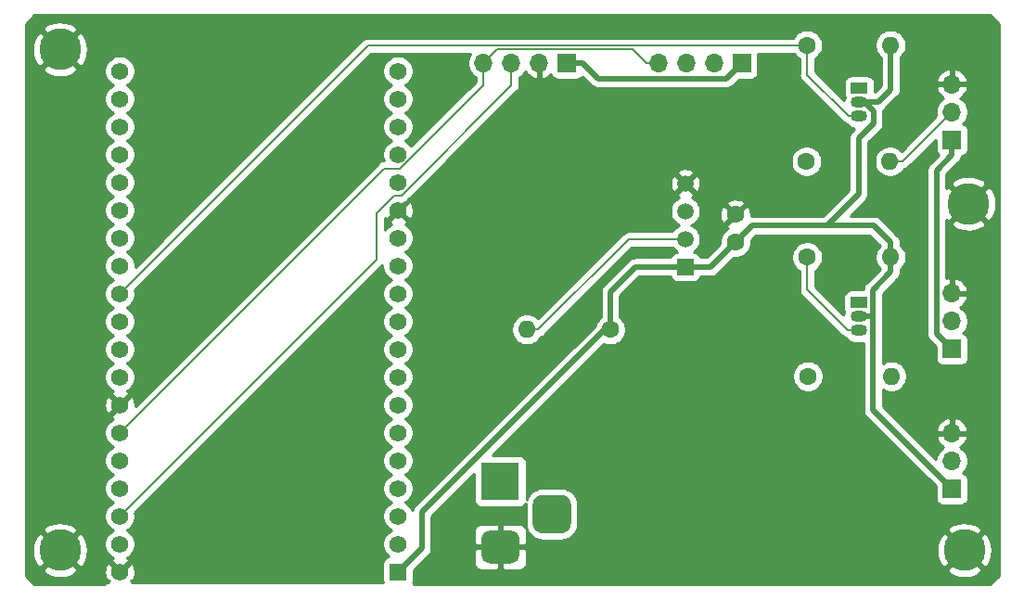
<source format=gbr>
G04 #@! TF.GenerationSoftware,KiCad,Pcbnew,(5.1.6)-1*
G04 #@! TF.CreationDate,2020-07-21T12:12:18+05:30*
G04 #@! TF.ProjectId,WeatherStationPCB,57656174-6865-4725-9374-6174696f6e50,rev?*
G04 #@! TF.SameCoordinates,Original*
G04 #@! TF.FileFunction,Copper,L2,Bot*
G04 #@! TF.FilePolarity,Positive*
%FSLAX46Y46*%
G04 Gerber Fmt 4.6, Leading zero omitted, Abs format (unit mm)*
G04 Created by KiCad (PCBNEW (5.1.6)-1) date 2020-07-21 12:12:18*
%MOMM*%
%LPD*%
G01*
G04 APERTURE LIST*
G04 #@! TA.AperFunction,ComponentPad*
%ADD10O,1.700000X1.700000*%
G04 #@! TD*
G04 #@! TA.AperFunction,ComponentPad*
%ADD11R,1.700000X1.700000*%
G04 #@! TD*
G04 #@! TA.AperFunction,ComponentPad*
%ADD12C,3.800000*%
G04 #@! TD*
G04 #@! TA.AperFunction,ComponentPad*
%ADD13O,1.600000X1.600000*%
G04 #@! TD*
G04 #@! TA.AperFunction,ComponentPad*
%ADD14C,1.600000*%
G04 #@! TD*
G04 #@! TA.AperFunction,ComponentPad*
%ADD15R,1.560000X1.560000*%
G04 #@! TD*
G04 #@! TA.AperFunction,ComponentPad*
%ADD16C,1.560000*%
G04 #@! TD*
G04 #@! TA.AperFunction,ComponentPad*
%ADD17C,1.500000*%
G04 #@! TD*
G04 #@! TA.AperFunction,ComponentPad*
%ADD18R,1.500000X1.500000*%
G04 #@! TD*
G04 #@! TA.AperFunction,ComponentPad*
%ADD19R,3.500000X3.500000*%
G04 #@! TD*
G04 #@! TA.AperFunction,ComponentPad*
%ADD20O,1.500000X1.050000*%
G04 #@! TD*
G04 #@! TA.AperFunction,ComponentPad*
%ADD21R,1.500000X1.050000*%
G04 #@! TD*
G04 #@! TA.AperFunction,ViaPad*
%ADD22C,0.800000*%
G04 #@! TD*
G04 #@! TA.AperFunction,Conductor*
%ADD23C,0.500000*%
G04 #@! TD*
G04 #@! TA.AperFunction,Conductor*
%ADD24C,0.200000*%
G04 #@! TD*
G04 #@! TA.AperFunction,Conductor*
%ADD25C,0.254000*%
G04 #@! TD*
G04 APERTURE END LIST*
D10*
X156337000Y-99758000D03*
X156337000Y-102298000D03*
D11*
X156337000Y-104838000D03*
D12*
X74930000Y-123190000D03*
X74930000Y-77470000D03*
X157861000Y-91567000D03*
X157480000Y-123190000D03*
D13*
X117538000Y-103060000D03*
D14*
X125158000Y-103060000D03*
D13*
X150812000Y-107315000D03*
D14*
X143192000Y-107315000D03*
D13*
X150686000Y-87693500D03*
D14*
X143066000Y-87693500D03*
D13*
X150749000Y-96456500D03*
D14*
X143129000Y-96456500D03*
D13*
X150749000Y-77089000D03*
D14*
X143129000Y-77089000D03*
D10*
X113602000Y-78740000D03*
X116142000Y-78740000D03*
X118682000Y-78740000D03*
D11*
X121222000Y-78740000D03*
D10*
X156337000Y-112522000D03*
X156337000Y-115062000D03*
D11*
X156337000Y-117602000D03*
D10*
X156337000Y-80645000D03*
X156337000Y-83185000D03*
D11*
X156337000Y-85725000D03*
D10*
X129540000Y-78740000D03*
X132080000Y-78740000D03*
X134620000Y-78740000D03*
D11*
X137160000Y-78740000D03*
D15*
X105791000Y-125170000D03*
D16*
X105791000Y-122630000D03*
X105791000Y-79450000D03*
X105791000Y-120090000D03*
X105791000Y-117550000D03*
X105791000Y-115010000D03*
X105791000Y-112470000D03*
X105791000Y-109930000D03*
X105791000Y-107390000D03*
X105791000Y-104850000D03*
X105791000Y-102310000D03*
X105791000Y-99770000D03*
X105791000Y-97230000D03*
X105791000Y-94690000D03*
X105791000Y-92150000D03*
X105791000Y-89610000D03*
X105791000Y-87070000D03*
X105791000Y-84530000D03*
X105791000Y-81990000D03*
X80391000Y-125170000D03*
X80391000Y-122630000D03*
X80391000Y-120090000D03*
X80391000Y-117550000D03*
X80391000Y-115010000D03*
X80391000Y-112470000D03*
X80391000Y-109930000D03*
X80391000Y-107390000D03*
X80391000Y-104850000D03*
X80391000Y-102310000D03*
X80391000Y-99770000D03*
X80391000Y-97230000D03*
X80391000Y-94690000D03*
X80391000Y-92150000D03*
X80391000Y-89610000D03*
X80391000Y-87070000D03*
X80391000Y-84530000D03*
X80391000Y-81990000D03*
X80391000Y-79450000D03*
D17*
X132016000Y-89725500D03*
X132016000Y-92265500D03*
X132016000Y-94805500D03*
D18*
X132016000Y-97345500D03*
D14*
X136588000Y-92559500D03*
X136588000Y-95059500D03*
D19*
X115126000Y-116904000D03*
G04 #@! TA.AperFunction,ComponentPad*
G36*
G01*
X116126000Y-124404000D02*
X114126000Y-124404000D01*
G75*
G02*
X113376000Y-123654000I0J750000D01*
G01*
X113376000Y-122154000D01*
G75*
G02*
X114126000Y-121404000I750000J0D01*
G01*
X116126000Y-121404000D01*
G75*
G02*
X116876000Y-122154000I0J-750000D01*
G01*
X116876000Y-123654000D01*
G75*
G02*
X116126000Y-124404000I-750000J0D01*
G01*
G37*
G04 #@! TD.AperFunction*
G04 #@! TA.AperFunction,ComponentPad*
G36*
G01*
X120701000Y-121654000D02*
X118951000Y-121654000D01*
G75*
G02*
X118076000Y-120779000I0J875000D01*
G01*
X118076000Y-119029000D01*
G75*
G02*
X118951000Y-118154000I875000J0D01*
G01*
X120701000Y-118154000D01*
G75*
G02*
X121576000Y-119029000I0J-875000D01*
G01*
X121576000Y-120779000D01*
G75*
G02*
X120701000Y-121654000I-875000J0D01*
G01*
G37*
G04 #@! TD.AperFunction*
D20*
X147892000Y-82296000D03*
X147892000Y-83566000D03*
D21*
X147892000Y-81026000D03*
X147828000Y-100584000D03*
D20*
X147828000Y-103124000D03*
X147828000Y-101854000D03*
D22*
X87630000Y-96393000D03*
D23*
X156337000Y-85725000D02*
X156337000Y-87125300D01*
X156337000Y-104838000D02*
X154936700Y-103437700D01*
X154936700Y-103437700D02*
X154936700Y-88525600D01*
X154936700Y-88525600D02*
X156337000Y-87125300D01*
X121222000Y-78740000D02*
X122622300Y-78740000D01*
X137160000Y-78740000D02*
X135759700Y-80140300D01*
X135759700Y-80140300D02*
X124022600Y-80140300D01*
X124022600Y-80140300D02*
X122622300Y-78740000D01*
X149192300Y-93549500D02*
X150749000Y-95106200D01*
X136588000Y-95059500D02*
X138098000Y-93549500D01*
X132016000Y-97345500D02*
X134302000Y-97345500D01*
X134302000Y-97345500D02*
X136588000Y-95059500D01*
X150749000Y-96456500D02*
X150749000Y-95106200D01*
X149128400Y-101854000D02*
X149128400Y-99427400D01*
X149128400Y-99427400D02*
X150749000Y-97806800D01*
X149084900Y-101854000D02*
X149128400Y-101854000D01*
X149128400Y-101854000D02*
X149128400Y-110393400D01*
X149128400Y-110393400D02*
X156337000Y-117602000D01*
X150749000Y-96456500D02*
X150749000Y-97806800D01*
X150749000Y-77089000D02*
X150749000Y-78439300D01*
X147828000Y-101854000D02*
X149084900Y-101854000D01*
X105791000Y-125170000D02*
X107964500Y-122996500D01*
X107964500Y-122996500D02*
X107964500Y-119723700D01*
X107964500Y-119723700D02*
X124628200Y-103060000D01*
X124628200Y-103060000D02*
X125158000Y-103060000D01*
X147892000Y-82296000D02*
X149606000Y-82296000D01*
X150749000Y-81153000D02*
X150749000Y-78439300D01*
X149606000Y-82296000D02*
X150749000Y-81153000D01*
X144956500Y-93549500D02*
X147828000Y-90678000D01*
X144956500Y-93549500D02*
X149192300Y-93549500D01*
X138098000Y-93549500D02*
X144956500Y-93549500D01*
X147828000Y-90678000D02*
X147828000Y-85598000D01*
X149192010Y-84233990D02*
X147828000Y-85598000D01*
X148367293Y-82296000D02*
X149192010Y-83120717D01*
X149192010Y-83120717D02*
X149192010Y-84233990D01*
X147892000Y-82296000D02*
X148367293Y-82296000D01*
X125158000Y-103060000D02*
X125158000Y-99632000D01*
X127444500Y-97345500D02*
X132016000Y-97345500D01*
X125158000Y-99632000D02*
X127444500Y-97345500D01*
D24*
X80391000Y-120090000D02*
X103833900Y-96647100D01*
X103833900Y-96647100D02*
X103833900Y-92432900D01*
X103833900Y-92432900D02*
X105470000Y-90796800D01*
X105470000Y-90796800D02*
X106082300Y-90796800D01*
X106082300Y-90796800D02*
X116142000Y-80737100D01*
X116142000Y-80737100D02*
X116142000Y-78740000D01*
X80391000Y-112470000D02*
X104521000Y-88340000D01*
X104521000Y-88340000D02*
X105983600Y-88340000D01*
X105983600Y-88340000D02*
X113602000Y-80721600D01*
X113602000Y-80721600D02*
X113602000Y-78740000D01*
X127189300Y-77489600D02*
X128439700Y-78740000D01*
X113602000Y-78740000D02*
X114852400Y-77489600D01*
X128439700Y-78740000D02*
X129540000Y-78740000D01*
X114852400Y-77489600D02*
X127189300Y-77489600D01*
X117538000Y-103060000D02*
X118588300Y-103060000D01*
X132016000Y-94805500D02*
X126842800Y-94805500D01*
X126842800Y-94805500D02*
X118588300Y-103060000D01*
X151828500Y-87693500D02*
X156337000Y-83185000D01*
X150686000Y-87693500D02*
X151828500Y-87693500D01*
X143129000Y-77139200D02*
X103021800Y-77139200D01*
X103021800Y-77139200D02*
X80391000Y-99770000D01*
X143129000Y-77139200D02*
X143129000Y-77089000D01*
X146891700Y-83566000D02*
X143129000Y-79803300D01*
X143129000Y-79803300D02*
X143129000Y-77139200D01*
X147892000Y-83566000D02*
X146891700Y-83566000D01*
X147828000Y-103124000D02*
X146827700Y-103124000D01*
X146827700Y-103124000D02*
X143129000Y-99425300D01*
X143129000Y-99425300D02*
X143129000Y-96456500D01*
D25*
G36*
X160605000Y-75154606D02*
G01*
X160605001Y-125505393D01*
X159795394Y-126315000D01*
X107188000Y-126315000D01*
X107188000Y-126238000D01*
X107185560Y-126213224D01*
X107178333Y-126189399D01*
X107167883Y-126169849D01*
X107196812Y-126074482D01*
X107209072Y-125950000D01*
X107209072Y-125003506D01*
X107808578Y-124404000D01*
X112737928Y-124404000D01*
X112750188Y-124528482D01*
X112786498Y-124648180D01*
X112845463Y-124758494D01*
X112924815Y-124855185D01*
X113021506Y-124934537D01*
X113131820Y-124993502D01*
X113251518Y-125029812D01*
X113376000Y-125042072D01*
X114840250Y-125039000D01*
X114999000Y-124880250D01*
X114999000Y-123031000D01*
X115253000Y-123031000D01*
X115253000Y-124880250D01*
X115411750Y-125039000D01*
X116876000Y-125042072D01*
X117000482Y-125029812D01*
X117120180Y-124993502D01*
X117170978Y-124966349D01*
X155883256Y-124966349D01*
X156087362Y-125322867D01*
X156530223Y-125553575D01*
X157009583Y-125693452D01*
X157507021Y-125737123D01*
X158003422Y-125682909D01*
X158479707Y-125532894D01*
X158872638Y-125322867D01*
X159076744Y-124966349D01*
X157480000Y-123369605D01*
X155883256Y-124966349D01*
X117170978Y-124966349D01*
X117230494Y-124934537D01*
X117327185Y-124855185D01*
X117406537Y-124758494D01*
X117465502Y-124648180D01*
X117501812Y-124528482D01*
X117514072Y-124404000D01*
X117511069Y-123217021D01*
X154932877Y-123217021D01*
X154987091Y-123713422D01*
X155137106Y-124189707D01*
X155347133Y-124582638D01*
X155703651Y-124786744D01*
X157300395Y-123190000D01*
X157659605Y-123190000D01*
X159256349Y-124786744D01*
X159612867Y-124582638D01*
X159843575Y-124139777D01*
X159983452Y-123660417D01*
X160027123Y-123162979D01*
X159972909Y-122666578D01*
X159822894Y-122190293D01*
X159612867Y-121797362D01*
X159256349Y-121593256D01*
X157659605Y-123190000D01*
X157300395Y-123190000D01*
X155703651Y-121593256D01*
X155347133Y-121797362D01*
X155116425Y-122240223D01*
X154976548Y-122719583D01*
X154932877Y-123217021D01*
X117511069Y-123217021D01*
X117511000Y-123189750D01*
X117352250Y-123031000D01*
X115253000Y-123031000D01*
X114999000Y-123031000D01*
X112899750Y-123031000D01*
X112741000Y-123189750D01*
X112737928Y-124404000D01*
X107808578Y-124404000D01*
X108559550Y-123653029D01*
X108593317Y-123625317D01*
X108703911Y-123490559D01*
X108786089Y-123336813D01*
X108836695Y-123169990D01*
X108849500Y-123039977D01*
X108849500Y-123039967D01*
X108853781Y-122996501D01*
X108849500Y-122953035D01*
X108849500Y-121404000D01*
X112737928Y-121404000D01*
X112741000Y-122618250D01*
X112899750Y-122777000D01*
X114999000Y-122777000D01*
X114999000Y-120927750D01*
X115253000Y-120927750D01*
X115253000Y-122777000D01*
X117352250Y-122777000D01*
X117511000Y-122618250D01*
X117514072Y-121404000D01*
X117501812Y-121279518D01*
X117465502Y-121159820D01*
X117406537Y-121049506D01*
X117327185Y-120952815D01*
X117230494Y-120873463D01*
X117120180Y-120814498D01*
X117000482Y-120778188D01*
X116876000Y-120765928D01*
X115411750Y-120769000D01*
X115253000Y-120927750D01*
X114999000Y-120927750D01*
X114840250Y-120769000D01*
X113376000Y-120765928D01*
X113251518Y-120778188D01*
X113131820Y-120814498D01*
X113021506Y-120873463D01*
X112924815Y-120952815D01*
X112845463Y-121049506D01*
X112786498Y-121159820D01*
X112750188Y-121279518D01*
X112737928Y-121404000D01*
X108849500Y-121404000D01*
X108849500Y-120090278D01*
X112737928Y-116201850D01*
X112737928Y-118654000D01*
X112750188Y-118778482D01*
X112786498Y-118898180D01*
X112845463Y-119008494D01*
X112924815Y-119105185D01*
X113021506Y-119184537D01*
X113131820Y-119243502D01*
X113251518Y-119279812D01*
X113376000Y-119292072D01*
X116876000Y-119292072D01*
X117000482Y-119279812D01*
X117120180Y-119243502D01*
X117230494Y-119184537D01*
X117327185Y-119105185D01*
X117406537Y-119008494D01*
X117447494Y-118931869D01*
X117437928Y-119029000D01*
X117437928Y-120779000D01*
X117467001Y-121074186D01*
X117553104Y-121358028D01*
X117692927Y-121619618D01*
X117881097Y-121848903D01*
X118110382Y-122037073D01*
X118371972Y-122176896D01*
X118655814Y-122262999D01*
X118951000Y-122292072D01*
X120701000Y-122292072D01*
X120996186Y-122262999D01*
X121280028Y-122176896D01*
X121541618Y-122037073D01*
X121770903Y-121848903D01*
X121959073Y-121619618D01*
X122069164Y-121413651D01*
X155883256Y-121413651D01*
X157480000Y-123010395D01*
X159076744Y-121413651D01*
X158872638Y-121057133D01*
X158429777Y-120826425D01*
X157950417Y-120686548D01*
X157452979Y-120642877D01*
X156956578Y-120697091D01*
X156480293Y-120847106D01*
X156087362Y-121057133D01*
X155883256Y-121413651D01*
X122069164Y-121413651D01*
X122098896Y-121358028D01*
X122184999Y-121074186D01*
X122214072Y-120779000D01*
X122214072Y-119029000D01*
X122184999Y-118733814D01*
X122098896Y-118449972D01*
X121959073Y-118188382D01*
X121770903Y-117959097D01*
X121541618Y-117770927D01*
X121280028Y-117631104D01*
X120996186Y-117545001D01*
X120701000Y-117515928D01*
X118951000Y-117515928D01*
X118655814Y-117545001D01*
X118371972Y-117631104D01*
X118110382Y-117770927D01*
X117881097Y-117959097D01*
X117692927Y-118188382D01*
X117553104Y-118449972D01*
X117514072Y-118578643D01*
X117514072Y-115154000D01*
X117501812Y-115029518D01*
X117465502Y-114909820D01*
X117406537Y-114799506D01*
X117327185Y-114702815D01*
X117230494Y-114623463D01*
X117120180Y-114564498D01*
X117000482Y-114528188D01*
X116876000Y-114515928D01*
X114423850Y-114515928D01*
X121766113Y-107173665D01*
X141757000Y-107173665D01*
X141757000Y-107456335D01*
X141812147Y-107733574D01*
X141920320Y-107994727D01*
X142077363Y-108229759D01*
X142277241Y-108429637D01*
X142512273Y-108586680D01*
X142773426Y-108694853D01*
X143050665Y-108750000D01*
X143333335Y-108750000D01*
X143610574Y-108694853D01*
X143871727Y-108586680D01*
X144106759Y-108429637D01*
X144306637Y-108229759D01*
X144463680Y-107994727D01*
X144571853Y-107733574D01*
X144627000Y-107456335D01*
X144627000Y-107173665D01*
X144571853Y-106896426D01*
X144463680Y-106635273D01*
X144306637Y-106400241D01*
X144106759Y-106200363D01*
X143871727Y-106043320D01*
X143610574Y-105935147D01*
X143333335Y-105880000D01*
X143050665Y-105880000D01*
X142773426Y-105935147D01*
X142512273Y-106043320D01*
X142277241Y-106200363D01*
X142077363Y-106400241D01*
X141920320Y-106635273D01*
X141812147Y-106896426D01*
X141757000Y-107173665D01*
X121766113Y-107173665D01*
X124570074Y-104369705D01*
X124739426Y-104439853D01*
X125016665Y-104495000D01*
X125299335Y-104495000D01*
X125576574Y-104439853D01*
X125837727Y-104331680D01*
X126072759Y-104174637D01*
X126272637Y-103974759D01*
X126429680Y-103739727D01*
X126537853Y-103478574D01*
X126593000Y-103201335D01*
X126593000Y-102918665D01*
X126537853Y-102641426D01*
X126429680Y-102380273D01*
X126272637Y-102145241D01*
X126072759Y-101945363D01*
X126043000Y-101925479D01*
X126043000Y-99998578D01*
X127811079Y-98230500D01*
X130643379Y-98230500D01*
X130676498Y-98339680D01*
X130735463Y-98449994D01*
X130814815Y-98546685D01*
X130911506Y-98626037D01*
X131021820Y-98685002D01*
X131141518Y-98721312D01*
X131266000Y-98733572D01*
X132766000Y-98733572D01*
X132890482Y-98721312D01*
X133010180Y-98685002D01*
X133120494Y-98626037D01*
X133217185Y-98546685D01*
X133296537Y-98449994D01*
X133355502Y-98339680D01*
X133388621Y-98230500D01*
X134258531Y-98230500D01*
X134302000Y-98234781D01*
X134345469Y-98230500D01*
X134345477Y-98230500D01*
X134475490Y-98217695D01*
X134642313Y-98167089D01*
X134796059Y-98084911D01*
X134930817Y-97974317D01*
X134958534Y-97940544D01*
X136411561Y-96487517D01*
X136446665Y-96494500D01*
X136729335Y-96494500D01*
X137006574Y-96439353D01*
X137267727Y-96331180D01*
X137502759Y-96174137D01*
X137702637Y-95974259D01*
X137859680Y-95739227D01*
X137967853Y-95478074D01*
X138023000Y-95200835D01*
X138023000Y-94918165D01*
X138016017Y-94883061D01*
X138464579Y-94434500D01*
X144913031Y-94434500D01*
X144956500Y-94438781D01*
X144999969Y-94434500D01*
X148825722Y-94434500D01*
X149783663Y-95392441D01*
X149634363Y-95541741D01*
X149477320Y-95776773D01*
X149369147Y-96037926D01*
X149314000Y-96315165D01*
X149314000Y-96597835D01*
X149369147Y-96875074D01*
X149477320Y-97136227D01*
X149634363Y-97371259D01*
X149783663Y-97520559D01*
X148533351Y-98770871D01*
X148499584Y-98798583D01*
X148471871Y-98832351D01*
X148471868Y-98832354D01*
X148388990Y-98933341D01*
X148306812Y-99087087D01*
X148256205Y-99253910D01*
X148239756Y-99420928D01*
X147078000Y-99420928D01*
X146953518Y-99433188D01*
X146833820Y-99469498D01*
X146723506Y-99528463D01*
X146626815Y-99607815D01*
X146547463Y-99704506D01*
X146488498Y-99814820D01*
X146452188Y-99934518D01*
X146439928Y-100059000D01*
X146439928Y-101109000D01*
X146452188Y-101233482D01*
X146488498Y-101353180D01*
X146523093Y-101417902D01*
X146459785Y-101626600D01*
X146451712Y-101708565D01*
X143864000Y-99120854D01*
X143864000Y-97691248D01*
X144043759Y-97571137D01*
X144243637Y-97371259D01*
X144400680Y-97136227D01*
X144508853Y-96875074D01*
X144564000Y-96597835D01*
X144564000Y-96315165D01*
X144508853Y-96037926D01*
X144400680Y-95776773D01*
X144243637Y-95541741D01*
X144043759Y-95341863D01*
X143808727Y-95184820D01*
X143547574Y-95076647D01*
X143270335Y-95021500D01*
X142987665Y-95021500D01*
X142710426Y-95076647D01*
X142449273Y-95184820D01*
X142214241Y-95341863D01*
X142014363Y-95541741D01*
X141857320Y-95776773D01*
X141749147Y-96037926D01*
X141694000Y-96315165D01*
X141694000Y-96597835D01*
X141749147Y-96875074D01*
X141857320Y-97136227D01*
X142014363Y-97371259D01*
X142214241Y-97571137D01*
X142394001Y-97691248D01*
X142394000Y-99389195D01*
X142390444Y-99425300D01*
X142394000Y-99461404D01*
X142404635Y-99569384D01*
X142446663Y-99707932D01*
X142514913Y-99835619D01*
X142606762Y-99947537D01*
X142634808Y-99970554D01*
X146282446Y-103618193D01*
X146305462Y-103646238D01*
X146402569Y-103725932D01*
X146417380Y-103738087D01*
X146545066Y-103806337D01*
X146683615Y-103848365D01*
X146698009Y-103849783D01*
X146778788Y-103948212D01*
X146955421Y-104093171D01*
X147156940Y-104200885D01*
X147375600Y-104267215D01*
X147546021Y-104284000D01*
X148109979Y-104284000D01*
X148243400Y-104270859D01*
X148243401Y-110349921D01*
X148239119Y-110393400D01*
X148256205Y-110566890D01*
X148306812Y-110733713D01*
X148388990Y-110887459D01*
X148471868Y-110988446D01*
X148471871Y-110988449D01*
X148499584Y-111022217D01*
X148533352Y-111049930D01*
X154848928Y-117365507D01*
X154848928Y-118452000D01*
X154861188Y-118576482D01*
X154897498Y-118696180D01*
X154956463Y-118806494D01*
X155035815Y-118903185D01*
X155132506Y-118982537D01*
X155242820Y-119041502D01*
X155362518Y-119077812D01*
X155487000Y-119090072D01*
X157187000Y-119090072D01*
X157311482Y-119077812D01*
X157431180Y-119041502D01*
X157541494Y-118982537D01*
X157638185Y-118903185D01*
X157717537Y-118806494D01*
X157776502Y-118696180D01*
X157812812Y-118576482D01*
X157825072Y-118452000D01*
X157825072Y-116752000D01*
X157812812Y-116627518D01*
X157776502Y-116507820D01*
X157717537Y-116397506D01*
X157638185Y-116300815D01*
X157541494Y-116221463D01*
X157431180Y-116162498D01*
X157358620Y-116140487D01*
X157490475Y-116008632D01*
X157652990Y-115765411D01*
X157764932Y-115495158D01*
X157822000Y-115208260D01*
X157822000Y-114915740D01*
X157764932Y-114628842D01*
X157652990Y-114358589D01*
X157490475Y-114115368D01*
X157283632Y-113908525D01*
X157101466Y-113786805D01*
X157218355Y-113717178D01*
X157434588Y-113522269D01*
X157608641Y-113288920D01*
X157733825Y-113026099D01*
X157778476Y-112878890D01*
X157657155Y-112649000D01*
X156464000Y-112649000D01*
X156464000Y-112669000D01*
X156210000Y-112669000D01*
X156210000Y-112649000D01*
X155016845Y-112649000D01*
X154895524Y-112878890D01*
X154940175Y-113026099D01*
X155065359Y-113288920D01*
X155239412Y-113522269D01*
X155455645Y-113717178D01*
X155572534Y-113786805D01*
X155390368Y-113908525D01*
X155183525Y-114115368D01*
X155021010Y-114358589D01*
X154909068Y-114628842D01*
X154860348Y-114873770D01*
X152151688Y-112165110D01*
X154895524Y-112165110D01*
X155016845Y-112395000D01*
X156210000Y-112395000D01*
X156210000Y-111201186D01*
X156464000Y-111201186D01*
X156464000Y-112395000D01*
X157657155Y-112395000D01*
X157778476Y-112165110D01*
X157733825Y-112017901D01*
X157608641Y-111755080D01*
X157434588Y-111521731D01*
X157218355Y-111326822D01*
X156968252Y-111177843D01*
X156693891Y-111080519D01*
X156464000Y-111201186D01*
X156210000Y-111201186D01*
X155980109Y-111080519D01*
X155705748Y-111177843D01*
X155455645Y-111326822D01*
X155239412Y-111521731D01*
X155065359Y-111755080D01*
X154940175Y-112017901D01*
X154895524Y-112165110D01*
X152151688Y-112165110D01*
X150013400Y-110026822D01*
X150013400Y-108507252D01*
X150132273Y-108586680D01*
X150393426Y-108694853D01*
X150670665Y-108750000D01*
X150953335Y-108750000D01*
X151230574Y-108694853D01*
X151491727Y-108586680D01*
X151726759Y-108429637D01*
X151926637Y-108229759D01*
X152083680Y-107994727D01*
X152191853Y-107733574D01*
X152247000Y-107456335D01*
X152247000Y-107173665D01*
X152191853Y-106896426D01*
X152083680Y-106635273D01*
X151926637Y-106400241D01*
X151726759Y-106200363D01*
X151491727Y-106043320D01*
X151230574Y-105935147D01*
X150953335Y-105880000D01*
X150670665Y-105880000D01*
X150393426Y-105935147D01*
X150132273Y-106043320D01*
X150013400Y-106122748D01*
X150013400Y-101897476D01*
X150017682Y-101854000D01*
X150013400Y-101810523D01*
X150013400Y-99793978D01*
X151344049Y-98463330D01*
X151377817Y-98435617D01*
X151488411Y-98300859D01*
X151570589Y-98147113D01*
X151621195Y-97980290D01*
X151634000Y-97850277D01*
X151634000Y-97850267D01*
X151638281Y-97806801D01*
X151634000Y-97763335D01*
X151634000Y-97591021D01*
X151663759Y-97571137D01*
X151863637Y-97371259D01*
X152020680Y-97136227D01*
X152128853Y-96875074D01*
X152184000Y-96597835D01*
X152184000Y-96315165D01*
X152128853Y-96037926D01*
X152020680Y-95776773D01*
X151863637Y-95541741D01*
X151663759Y-95341863D01*
X151634000Y-95321979D01*
X151634000Y-95149665D01*
X151638281Y-95106199D01*
X151634000Y-95062733D01*
X151634000Y-95062723D01*
X151621195Y-94932710D01*
X151570589Y-94765887D01*
X151488411Y-94612141D01*
X151377817Y-94477383D01*
X151344049Y-94449670D01*
X149848832Y-92954454D01*
X149821117Y-92920683D01*
X149686359Y-92810089D01*
X149532613Y-92727911D01*
X149365790Y-92677305D01*
X149235777Y-92664500D01*
X149235769Y-92664500D01*
X149192300Y-92660219D01*
X149148831Y-92664500D01*
X147093079Y-92664500D01*
X148423050Y-91334529D01*
X148456817Y-91306817D01*
X148498607Y-91255897D01*
X148567410Y-91172060D01*
X148567411Y-91172059D01*
X148649589Y-91018313D01*
X148700195Y-90851490D01*
X148713000Y-90721477D01*
X148713000Y-90721467D01*
X148717281Y-90678001D01*
X148713000Y-90634535D01*
X148713000Y-87552165D01*
X149251000Y-87552165D01*
X149251000Y-87834835D01*
X149306147Y-88112074D01*
X149414320Y-88373227D01*
X149571363Y-88608259D01*
X149771241Y-88808137D01*
X150006273Y-88965180D01*
X150267426Y-89073353D01*
X150544665Y-89128500D01*
X150827335Y-89128500D01*
X151104574Y-89073353D01*
X151365727Y-88965180D01*
X151600759Y-88808137D01*
X151800637Y-88608259D01*
X151924703Y-88422581D01*
X151972585Y-88417865D01*
X152111133Y-88375837D01*
X152238820Y-88307587D01*
X152350738Y-88215738D01*
X152373759Y-88187687D01*
X154848928Y-85712519D01*
X154848928Y-86575000D01*
X154861188Y-86699482D01*
X154897498Y-86819180D01*
X154956463Y-86929494D01*
X155035815Y-87026185D01*
X155117500Y-87093222D01*
X154341651Y-87869071D01*
X154307884Y-87896783D01*
X154280171Y-87930551D01*
X154280168Y-87930554D01*
X154197290Y-88031541D01*
X154115112Y-88185287D01*
X154064505Y-88352110D01*
X154047419Y-88525600D01*
X154051701Y-88569079D01*
X154051700Y-103394231D01*
X154047419Y-103437700D01*
X154051700Y-103481169D01*
X154051700Y-103481176D01*
X154059853Y-103563957D01*
X154064505Y-103611190D01*
X154071275Y-103633506D01*
X154115111Y-103778012D01*
X154197289Y-103931758D01*
X154307883Y-104066517D01*
X154341656Y-104094234D01*
X154848928Y-104601506D01*
X154848928Y-105688000D01*
X154861188Y-105812482D01*
X154897498Y-105932180D01*
X154956463Y-106042494D01*
X155035815Y-106139185D01*
X155132506Y-106218537D01*
X155242820Y-106277502D01*
X155362518Y-106313812D01*
X155487000Y-106326072D01*
X157187000Y-106326072D01*
X157311482Y-106313812D01*
X157431180Y-106277502D01*
X157541494Y-106218537D01*
X157638185Y-106139185D01*
X157717537Y-106042494D01*
X157776502Y-105932180D01*
X157812812Y-105812482D01*
X157825072Y-105688000D01*
X157825072Y-103988000D01*
X157812812Y-103863518D01*
X157776502Y-103743820D01*
X157717537Y-103633506D01*
X157638185Y-103536815D01*
X157541494Y-103457463D01*
X157431180Y-103398498D01*
X157358620Y-103376487D01*
X157490475Y-103244632D01*
X157652990Y-103001411D01*
X157764932Y-102731158D01*
X157822000Y-102444260D01*
X157822000Y-102151740D01*
X157764932Y-101864842D01*
X157652990Y-101594589D01*
X157490475Y-101351368D01*
X157283632Y-101144525D01*
X157101466Y-101022805D01*
X157218355Y-100953178D01*
X157434588Y-100758269D01*
X157608641Y-100524920D01*
X157733825Y-100262099D01*
X157778476Y-100114890D01*
X157657155Y-99885000D01*
X156464000Y-99885000D01*
X156464000Y-99905000D01*
X156210000Y-99905000D01*
X156210000Y-99885000D01*
X156190000Y-99885000D01*
X156190000Y-99631000D01*
X156210000Y-99631000D01*
X156210000Y-98437186D01*
X156464000Y-98437186D01*
X156464000Y-99631000D01*
X157657155Y-99631000D01*
X157778476Y-99401110D01*
X157733825Y-99253901D01*
X157608641Y-98991080D01*
X157434588Y-98757731D01*
X157218355Y-98562822D01*
X156968252Y-98413843D01*
X156693891Y-98316519D01*
X156464000Y-98437186D01*
X156210000Y-98437186D01*
X155980109Y-98316519D01*
X155821700Y-98372711D01*
X155821700Y-93343349D01*
X156264256Y-93343349D01*
X156468362Y-93699867D01*
X156911223Y-93930575D01*
X157390583Y-94070452D01*
X157888021Y-94114123D01*
X158384422Y-94059909D01*
X158860707Y-93909894D01*
X159253638Y-93699867D01*
X159457744Y-93343349D01*
X157861000Y-91746605D01*
X156264256Y-93343349D01*
X155821700Y-93343349D01*
X155821700Y-93013205D01*
X156084651Y-93163744D01*
X157681395Y-91567000D01*
X158040605Y-91567000D01*
X159637349Y-93163744D01*
X159993867Y-92959638D01*
X160224575Y-92516777D01*
X160364452Y-92037417D01*
X160408123Y-91539979D01*
X160353909Y-91043578D01*
X160203894Y-90567293D01*
X159993867Y-90174362D01*
X159637349Y-89970256D01*
X158040605Y-91567000D01*
X157681395Y-91567000D01*
X156084651Y-89970256D01*
X155821700Y-90120795D01*
X155821700Y-89790651D01*
X156264256Y-89790651D01*
X157861000Y-91387395D01*
X159457744Y-89790651D01*
X159253638Y-89434133D01*
X158810777Y-89203425D01*
X158331417Y-89063548D01*
X157833979Y-89019877D01*
X157337578Y-89074091D01*
X156861293Y-89224106D01*
X156468362Y-89434133D01*
X156264256Y-89790651D01*
X155821700Y-89790651D01*
X155821700Y-88892178D01*
X156932049Y-87781830D01*
X156965817Y-87754117D01*
X157006939Y-87704011D01*
X157076410Y-87619360D01*
X157076411Y-87619359D01*
X157158589Y-87465613D01*
X157209195Y-87298790D01*
X157217937Y-87210025D01*
X157311482Y-87200812D01*
X157431180Y-87164502D01*
X157541494Y-87105537D01*
X157638185Y-87026185D01*
X157717537Y-86929494D01*
X157776502Y-86819180D01*
X157812812Y-86699482D01*
X157825072Y-86575000D01*
X157825072Y-84875000D01*
X157812812Y-84750518D01*
X157776502Y-84630820D01*
X157717537Y-84520506D01*
X157638185Y-84423815D01*
X157541494Y-84344463D01*
X157431180Y-84285498D01*
X157358620Y-84263487D01*
X157490475Y-84131632D01*
X157652990Y-83888411D01*
X157764932Y-83618158D01*
X157822000Y-83331260D01*
X157822000Y-83038740D01*
X157764932Y-82751842D01*
X157652990Y-82481589D01*
X157490475Y-82238368D01*
X157283632Y-82031525D01*
X157101466Y-81909805D01*
X157218355Y-81840178D01*
X157434588Y-81645269D01*
X157608641Y-81411920D01*
X157733825Y-81149099D01*
X157778476Y-81001890D01*
X157657155Y-80772000D01*
X156464000Y-80772000D01*
X156464000Y-80792000D01*
X156210000Y-80792000D01*
X156210000Y-80772000D01*
X155016845Y-80772000D01*
X154895524Y-81001890D01*
X154940175Y-81149099D01*
X155065359Y-81411920D01*
X155239412Y-81645269D01*
X155455645Y-81840178D01*
X155572534Y-81909805D01*
X155390368Y-82031525D01*
X155183525Y-82238368D01*
X155021010Y-82481589D01*
X154909068Y-82751842D01*
X154852000Y-83038740D01*
X154852000Y-83331260D01*
X154901656Y-83580897D01*
X151752225Y-86730329D01*
X151600759Y-86578863D01*
X151365727Y-86421820D01*
X151104574Y-86313647D01*
X150827335Y-86258500D01*
X150544665Y-86258500D01*
X150267426Y-86313647D01*
X150006273Y-86421820D01*
X149771241Y-86578863D01*
X149571363Y-86778741D01*
X149414320Y-87013773D01*
X149306147Y-87274926D01*
X149251000Y-87552165D01*
X148713000Y-87552165D01*
X148713000Y-85964578D01*
X149787059Y-84890520D01*
X149820827Y-84862807D01*
X149931421Y-84728049D01*
X150013599Y-84574303D01*
X150064205Y-84407480D01*
X150077010Y-84277467D01*
X150077010Y-84277457D01*
X150081291Y-84233991D01*
X150077010Y-84190525D01*
X150077010Y-83164186D01*
X150081291Y-83120717D01*
X150077010Y-83077248D01*
X150077010Y-83077240D01*
X150074249Y-83049207D01*
X150100059Y-83035411D01*
X150234817Y-82924817D01*
X150262534Y-82891044D01*
X151344050Y-81809529D01*
X151377817Y-81781817D01*
X151488411Y-81647059D01*
X151570589Y-81493313D01*
X151621195Y-81326490D01*
X151634000Y-81196477D01*
X151634000Y-81196467D01*
X151638281Y-81153001D01*
X151634000Y-81109535D01*
X151634000Y-80288110D01*
X154895524Y-80288110D01*
X155016845Y-80518000D01*
X156210000Y-80518000D01*
X156210000Y-79324186D01*
X156464000Y-79324186D01*
X156464000Y-80518000D01*
X157657155Y-80518000D01*
X157778476Y-80288110D01*
X157733825Y-80140901D01*
X157608641Y-79878080D01*
X157434588Y-79644731D01*
X157218355Y-79449822D01*
X156968252Y-79300843D01*
X156693891Y-79203519D01*
X156464000Y-79324186D01*
X156210000Y-79324186D01*
X155980109Y-79203519D01*
X155705748Y-79300843D01*
X155455645Y-79449822D01*
X155239412Y-79644731D01*
X155065359Y-79878080D01*
X154940175Y-80140901D01*
X154895524Y-80288110D01*
X151634000Y-80288110D01*
X151634000Y-78223521D01*
X151663759Y-78203637D01*
X151863637Y-78003759D01*
X152020680Y-77768727D01*
X152128853Y-77507574D01*
X152184000Y-77230335D01*
X152184000Y-76947665D01*
X152128853Y-76670426D01*
X152020680Y-76409273D01*
X151863637Y-76174241D01*
X151663759Y-75974363D01*
X151428727Y-75817320D01*
X151167574Y-75709147D01*
X150890335Y-75654000D01*
X150607665Y-75654000D01*
X150330426Y-75709147D01*
X150069273Y-75817320D01*
X149834241Y-75974363D01*
X149634363Y-76174241D01*
X149477320Y-76409273D01*
X149369147Y-76670426D01*
X149314000Y-76947665D01*
X149314000Y-77230335D01*
X149369147Y-77507574D01*
X149477320Y-77768727D01*
X149634363Y-78003759D01*
X149834241Y-78203637D01*
X149864001Y-78223522D01*
X149864001Y-78395823D01*
X149864000Y-80786421D01*
X149280072Y-81370350D01*
X149280072Y-80501000D01*
X149267812Y-80376518D01*
X149231502Y-80256820D01*
X149172537Y-80146506D01*
X149093185Y-80049815D01*
X148996494Y-79970463D01*
X148886180Y-79911498D01*
X148766482Y-79875188D01*
X148642000Y-79862928D01*
X147142000Y-79862928D01*
X147017518Y-79875188D01*
X146897820Y-79911498D01*
X146787506Y-79970463D01*
X146690815Y-80049815D01*
X146611463Y-80146506D01*
X146552498Y-80256820D01*
X146516188Y-80376518D01*
X146503928Y-80501000D01*
X146503928Y-81551000D01*
X146516188Y-81675482D01*
X146552498Y-81795180D01*
X146587093Y-81859902D01*
X146523785Y-82068600D01*
X146515712Y-82150565D01*
X143864000Y-79498854D01*
X143864000Y-78323748D01*
X144043759Y-78203637D01*
X144243637Y-78003759D01*
X144400680Y-77768727D01*
X144508853Y-77507574D01*
X144564000Y-77230335D01*
X144564000Y-76947665D01*
X144508853Y-76670426D01*
X144400680Y-76409273D01*
X144243637Y-76174241D01*
X144043759Y-75974363D01*
X143808727Y-75817320D01*
X143547574Y-75709147D01*
X143270335Y-75654000D01*
X142987665Y-75654000D01*
X142710426Y-75709147D01*
X142449273Y-75817320D01*
X142214241Y-75974363D01*
X142014363Y-76174241D01*
X141860710Y-76404200D01*
X103057894Y-76404200D01*
X103021799Y-76400645D01*
X102985704Y-76404200D01*
X102985695Y-76404200D01*
X102877715Y-76414835D01*
X102739167Y-76456863D01*
X102611480Y-76525113D01*
X102499562Y-76616962D01*
X102476546Y-76645007D01*
X81806000Y-97315554D01*
X81806000Y-97090635D01*
X81751623Y-96817260D01*
X81644957Y-96559746D01*
X81490103Y-96327990D01*
X81293010Y-96130897D01*
X81061254Y-95976043D01*
X81022523Y-95960000D01*
X81061254Y-95943957D01*
X81293010Y-95789103D01*
X81490103Y-95592010D01*
X81644957Y-95360254D01*
X81751623Y-95102740D01*
X81806000Y-94829365D01*
X81806000Y-94550635D01*
X81751623Y-94277260D01*
X81644957Y-94019746D01*
X81490103Y-93787990D01*
X81293010Y-93590897D01*
X81061254Y-93436043D01*
X81022523Y-93420000D01*
X81061254Y-93403957D01*
X81293010Y-93249103D01*
X81490103Y-93052010D01*
X81644957Y-92820254D01*
X81751623Y-92562740D01*
X81806000Y-92289365D01*
X81806000Y-92010635D01*
X81751623Y-91737260D01*
X81644957Y-91479746D01*
X81490103Y-91247990D01*
X81293010Y-91050897D01*
X81061254Y-90896043D01*
X81022523Y-90880000D01*
X81061254Y-90863957D01*
X81293010Y-90709103D01*
X81490103Y-90512010D01*
X81644957Y-90280254D01*
X81751623Y-90022740D01*
X81806000Y-89749365D01*
X81806000Y-89470635D01*
X81751623Y-89197260D01*
X81644957Y-88939746D01*
X81490103Y-88707990D01*
X81293010Y-88510897D01*
X81061254Y-88356043D01*
X81022523Y-88340000D01*
X81061254Y-88323957D01*
X81293010Y-88169103D01*
X81490103Y-87972010D01*
X81644957Y-87740254D01*
X81751623Y-87482740D01*
X81806000Y-87209365D01*
X81806000Y-86930635D01*
X81751623Y-86657260D01*
X81644957Y-86399746D01*
X81490103Y-86167990D01*
X81293010Y-85970897D01*
X81061254Y-85816043D01*
X81022523Y-85800000D01*
X81061254Y-85783957D01*
X81293010Y-85629103D01*
X81490103Y-85432010D01*
X81644957Y-85200254D01*
X81751623Y-84942740D01*
X81806000Y-84669365D01*
X81806000Y-84390635D01*
X81751623Y-84117260D01*
X81644957Y-83859746D01*
X81490103Y-83627990D01*
X81293010Y-83430897D01*
X81061254Y-83276043D01*
X81022523Y-83260000D01*
X81061254Y-83243957D01*
X81293010Y-83089103D01*
X81490103Y-82892010D01*
X81644957Y-82660254D01*
X81751623Y-82402740D01*
X81806000Y-82129365D01*
X81806000Y-81850635D01*
X81751623Y-81577260D01*
X81644957Y-81319746D01*
X81490103Y-81087990D01*
X81293010Y-80890897D01*
X81061254Y-80736043D01*
X81022523Y-80720000D01*
X81061254Y-80703957D01*
X81293010Y-80549103D01*
X81490103Y-80352010D01*
X81644957Y-80120254D01*
X81751623Y-79862740D01*
X81806000Y-79589365D01*
X81806000Y-79310635D01*
X81751623Y-79037260D01*
X81644957Y-78779746D01*
X81490103Y-78547990D01*
X81293010Y-78350897D01*
X81061254Y-78196043D01*
X80803740Y-78089377D01*
X80530365Y-78035000D01*
X80251635Y-78035000D01*
X79978260Y-78089377D01*
X79720746Y-78196043D01*
X79488990Y-78350897D01*
X79291897Y-78547990D01*
X79137043Y-78779746D01*
X79030377Y-79037260D01*
X78976000Y-79310635D01*
X78976000Y-79589365D01*
X79030377Y-79862740D01*
X79137043Y-80120254D01*
X79291897Y-80352010D01*
X79488990Y-80549103D01*
X79720746Y-80703957D01*
X79759477Y-80720000D01*
X79720746Y-80736043D01*
X79488990Y-80890897D01*
X79291897Y-81087990D01*
X79137043Y-81319746D01*
X79030377Y-81577260D01*
X78976000Y-81850635D01*
X78976000Y-82129365D01*
X79030377Y-82402740D01*
X79137043Y-82660254D01*
X79291897Y-82892010D01*
X79488990Y-83089103D01*
X79720746Y-83243957D01*
X79759477Y-83260000D01*
X79720746Y-83276043D01*
X79488990Y-83430897D01*
X79291897Y-83627990D01*
X79137043Y-83859746D01*
X79030377Y-84117260D01*
X78976000Y-84390635D01*
X78976000Y-84669365D01*
X79030377Y-84942740D01*
X79137043Y-85200254D01*
X79291897Y-85432010D01*
X79488990Y-85629103D01*
X79720746Y-85783957D01*
X79759477Y-85800000D01*
X79720746Y-85816043D01*
X79488990Y-85970897D01*
X79291897Y-86167990D01*
X79137043Y-86399746D01*
X79030377Y-86657260D01*
X78976000Y-86930635D01*
X78976000Y-87209365D01*
X79030377Y-87482740D01*
X79137043Y-87740254D01*
X79291897Y-87972010D01*
X79488990Y-88169103D01*
X79720746Y-88323957D01*
X79759477Y-88340000D01*
X79720746Y-88356043D01*
X79488990Y-88510897D01*
X79291897Y-88707990D01*
X79137043Y-88939746D01*
X79030377Y-89197260D01*
X78976000Y-89470635D01*
X78976000Y-89749365D01*
X79030377Y-90022740D01*
X79137043Y-90280254D01*
X79291897Y-90512010D01*
X79488990Y-90709103D01*
X79720746Y-90863957D01*
X79759477Y-90880000D01*
X79720746Y-90896043D01*
X79488990Y-91050897D01*
X79291897Y-91247990D01*
X79137043Y-91479746D01*
X79030377Y-91737260D01*
X78976000Y-92010635D01*
X78976000Y-92289365D01*
X79030377Y-92562740D01*
X79137043Y-92820254D01*
X79291897Y-93052010D01*
X79488990Y-93249103D01*
X79720746Y-93403957D01*
X79759477Y-93420000D01*
X79720746Y-93436043D01*
X79488990Y-93590897D01*
X79291897Y-93787990D01*
X79137043Y-94019746D01*
X79030377Y-94277260D01*
X78976000Y-94550635D01*
X78976000Y-94829365D01*
X79030377Y-95102740D01*
X79137043Y-95360254D01*
X79291897Y-95592010D01*
X79488990Y-95789103D01*
X79720746Y-95943957D01*
X79759477Y-95960000D01*
X79720746Y-95976043D01*
X79488990Y-96130897D01*
X79291897Y-96327990D01*
X79137043Y-96559746D01*
X79030377Y-96817260D01*
X78976000Y-97090635D01*
X78976000Y-97369365D01*
X79030377Y-97642740D01*
X79137043Y-97900254D01*
X79291897Y-98132010D01*
X79488990Y-98329103D01*
X79720746Y-98483957D01*
X79759477Y-98500000D01*
X79720746Y-98516043D01*
X79488990Y-98670897D01*
X79291897Y-98867990D01*
X79137043Y-99099746D01*
X79030377Y-99357260D01*
X78976000Y-99630635D01*
X78976000Y-99909365D01*
X79030377Y-100182740D01*
X79137043Y-100440254D01*
X79291897Y-100672010D01*
X79488990Y-100869103D01*
X79720746Y-101023957D01*
X79759477Y-101040000D01*
X79720746Y-101056043D01*
X79488990Y-101210897D01*
X79291897Y-101407990D01*
X79137043Y-101639746D01*
X79030377Y-101897260D01*
X78976000Y-102170635D01*
X78976000Y-102449365D01*
X79030377Y-102722740D01*
X79137043Y-102980254D01*
X79291897Y-103212010D01*
X79488990Y-103409103D01*
X79720746Y-103563957D01*
X79759477Y-103580000D01*
X79720746Y-103596043D01*
X79488990Y-103750897D01*
X79291897Y-103947990D01*
X79137043Y-104179746D01*
X79030377Y-104437260D01*
X78976000Y-104710635D01*
X78976000Y-104989365D01*
X79030377Y-105262740D01*
X79137043Y-105520254D01*
X79291897Y-105752010D01*
X79488990Y-105949103D01*
X79720746Y-106103957D01*
X79759477Y-106120000D01*
X79720746Y-106136043D01*
X79488990Y-106290897D01*
X79291897Y-106487990D01*
X79137043Y-106719746D01*
X79030377Y-106977260D01*
X78976000Y-107250635D01*
X78976000Y-107529365D01*
X79030377Y-107802740D01*
X79137043Y-108060254D01*
X79291897Y-108292010D01*
X79488990Y-108489103D01*
X79720746Y-108643957D01*
X79756525Y-108658777D01*
X79661345Y-108709651D01*
X79592184Y-108951579D01*
X80391000Y-109750395D01*
X81189816Y-108951579D01*
X81120655Y-108709651D01*
X81018721Y-108661575D01*
X81061254Y-108643957D01*
X81293010Y-108489103D01*
X81490103Y-108292010D01*
X81644957Y-108060254D01*
X81751623Y-107802740D01*
X81806000Y-107529365D01*
X81806000Y-107250635D01*
X81751623Y-106977260D01*
X81644957Y-106719746D01*
X81490103Y-106487990D01*
X81293010Y-106290897D01*
X81061254Y-106136043D01*
X81022523Y-106120000D01*
X81061254Y-106103957D01*
X81293010Y-105949103D01*
X81490103Y-105752010D01*
X81644957Y-105520254D01*
X81751623Y-105262740D01*
X81806000Y-104989365D01*
X81806000Y-104710635D01*
X81751623Y-104437260D01*
X81644957Y-104179746D01*
X81490103Y-103947990D01*
X81293010Y-103750897D01*
X81061254Y-103596043D01*
X81022523Y-103580000D01*
X81061254Y-103563957D01*
X81293010Y-103409103D01*
X81490103Y-103212010D01*
X81644957Y-102980254D01*
X81751623Y-102722740D01*
X81806000Y-102449365D01*
X81806000Y-102170635D01*
X81751623Y-101897260D01*
X81644957Y-101639746D01*
X81490103Y-101407990D01*
X81293010Y-101210897D01*
X81061254Y-101056043D01*
X81022523Y-101040000D01*
X81061254Y-101023957D01*
X81293010Y-100869103D01*
X81490103Y-100672010D01*
X81644957Y-100440254D01*
X81751623Y-100182740D01*
X81806000Y-99909365D01*
X81806000Y-99630635D01*
X81766814Y-99433632D01*
X103326247Y-77874200D01*
X112394515Y-77874200D01*
X112286010Y-78036589D01*
X112174068Y-78306842D01*
X112117000Y-78593740D01*
X112117000Y-78886260D01*
X112174068Y-79173158D01*
X112286010Y-79443411D01*
X112448525Y-79686632D01*
X112655368Y-79893475D01*
X112867000Y-80034883D01*
X112867000Y-80417153D01*
X106980650Y-86303504D01*
X106890103Y-86167990D01*
X106693010Y-85970897D01*
X106461254Y-85816043D01*
X106422523Y-85800000D01*
X106461254Y-85783957D01*
X106693010Y-85629103D01*
X106890103Y-85432010D01*
X107044957Y-85200254D01*
X107151623Y-84942740D01*
X107206000Y-84669365D01*
X107206000Y-84390635D01*
X107151623Y-84117260D01*
X107044957Y-83859746D01*
X106890103Y-83627990D01*
X106693010Y-83430897D01*
X106461254Y-83276043D01*
X106422523Y-83260000D01*
X106461254Y-83243957D01*
X106693010Y-83089103D01*
X106890103Y-82892010D01*
X107044957Y-82660254D01*
X107151623Y-82402740D01*
X107206000Y-82129365D01*
X107206000Y-81850635D01*
X107151623Y-81577260D01*
X107044957Y-81319746D01*
X106890103Y-81087990D01*
X106693010Y-80890897D01*
X106461254Y-80736043D01*
X106422523Y-80720000D01*
X106461254Y-80703957D01*
X106693010Y-80549103D01*
X106890103Y-80352010D01*
X107044957Y-80120254D01*
X107151623Y-79862740D01*
X107206000Y-79589365D01*
X107206000Y-79310635D01*
X107151623Y-79037260D01*
X107044957Y-78779746D01*
X106890103Y-78547990D01*
X106693010Y-78350897D01*
X106461254Y-78196043D01*
X106203740Y-78089377D01*
X105930365Y-78035000D01*
X105651635Y-78035000D01*
X105378260Y-78089377D01*
X105120746Y-78196043D01*
X104888990Y-78350897D01*
X104691897Y-78547990D01*
X104537043Y-78779746D01*
X104430377Y-79037260D01*
X104376000Y-79310635D01*
X104376000Y-79589365D01*
X104430377Y-79862740D01*
X104537043Y-80120254D01*
X104691897Y-80352010D01*
X104888990Y-80549103D01*
X105120746Y-80703957D01*
X105159477Y-80720000D01*
X105120746Y-80736043D01*
X104888990Y-80890897D01*
X104691897Y-81087990D01*
X104537043Y-81319746D01*
X104430377Y-81577260D01*
X104376000Y-81850635D01*
X104376000Y-82129365D01*
X104430377Y-82402740D01*
X104537043Y-82660254D01*
X104691897Y-82892010D01*
X104888990Y-83089103D01*
X105120746Y-83243957D01*
X105159477Y-83260000D01*
X105120746Y-83276043D01*
X104888990Y-83430897D01*
X104691897Y-83627990D01*
X104537043Y-83859746D01*
X104430377Y-84117260D01*
X104376000Y-84390635D01*
X104376000Y-84669365D01*
X104430377Y-84942740D01*
X104537043Y-85200254D01*
X104691897Y-85432010D01*
X104888990Y-85629103D01*
X105120746Y-85783957D01*
X105159477Y-85800000D01*
X105120746Y-85816043D01*
X104888990Y-85970897D01*
X104691897Y-86167990D01*
X104537043Y-86399746D01*
X104430377Y-86657260D01*
X104376000Y-86930635D01*
X104376000Y-87209365D01*
X104430377Y-87482740D01*
X104481171Y-87605367D01*
X104376915Y-87615635D01*
X104238367Y-87657663D01*
X104110680Y-87725913D01*
X103998762Y-87817762D01*
X103975746Y-87845807D01*
X81803396Y-110018158D01*
X81811057Y-109858697D01*
X81769860Y-109583028D01*
X81675675Y-109320692D01*
X81611349Y-109200345D01*
X81369421Y-109131184D01*
X80570605Y-109930000D01*
X80584748Y-109944143D01*
X80405143Y-110123748D01*
X80391000Y-110109605D01*
X79592184Y-110908421D01*
X79661345Y-111150349D01*
X79763279Y-111198425D01*
X79720746Y-111216043D01*
X79488990Y-111370897D01*
X79291897Y-111567990D01*
X79137043Y-111799746D01*
X79030377Y-112057260D01*
X78976000Y-112330635D01*
X78976000Y-112609365D01*
X79030377Y-112882740D01*
X79137043Y-113140254D01*
X79291897Y-113372010D01*
X79488990Y-113569103D01*
X79720746Y-113723957D01*
X79759477Y-113740000D01*
X79720746Y-113756043D01*
X79488990Y-113910897D01*
X79291897Y-114107990D01*
X79137043Y-114339746D01*
X79030377Y-114597260D01*
X78976000Y-114870635D01*
X78976000Y-115149365D01*
X79030377Y-115422740D01*
X79137043Y-115680254D01*
X79291897Y-115912010D01*
X79488990Y-116109103D01*
X79720746Y-116263957D01*
X79759477Y-116280000D01*
X79720746Y-116296043D01*
X79488990Y-116450897D01*
X79291897Y-116647990D01*
X79137043Y-116879746D01*
X79030377Y-117137260D01*
X78976000Y-117410635D01*
X78976000Y-117689365D01*
X79030377Y-117962740D01*
X79137043Y-118220254D01*
X79291897Y-118452010D01*
X79488990Y-118649103D01*
X79720746Y-118803957D01*
X79759477Y-118820000D01*
X79720746Y-118836043D01*
X79488990Y-118990897D01*
X79291897Y-119187990D01*
X79137043Y-119419746D01*
X79030377Y-119677260D01*
X78976000Y-119950635D01*
X78976000Y-120229365D01*
X79030377Y-120502740D01*
X79137043Y-120760254D01*
X79291897Y-120992010D01*
X79488990Y-121189103D01*
X79720746Y-121343957D01*
X79759477Y-121360000D01*
X79720746Y-121376043D01*
X79488990Y-121530897D01*
X79291897Y-121727990D01*
X79137043Y-121959746D01*
X79030377Y-122217260D01*
X78976000Y-122490635D01*
X78976000Y-122769365D01*
X79030377Y-123042740D01*
X79137043Y-123300254D01*
X79291897Y-123532010D01*
X79488990Y-123729103D01*
X79720746Y-123883957D01*
X79756525Y-123898777D01*
X79661345Y-123949651D01*
X79592184Y-124191579D01*
X80391000Y-124990395D01*
X81189816Y-124191579D01*
X81120655Y-123949651D01*
X81018721Y-123901575D01*
X81061254Y-123883957D01*
X81293010Y-123729103D01*
X81490103Y-123532010D01*
X81644957Y-123300254D01*
X81751623Y-123042740D01*
X81806000Y-122769365D01*
X81806000Y-122490635D01*
X81751623Y-122217260D01*
X81644957Y-121959746D01*
X81490103Y-121727990D01*
X81293010Y-121530897D01*
X81061254Y-121376043D01*
X81022523Y-121360000D01*
X81061254Y-121343957D01*
X81293010Y-121189103D01*
X81490103Y-120992010D01*
X81644957Y-120760254D01*
X81751623Y-120502740D01*
X81806000Y-120229365D01*
X81806000Y-119950635D01*
X81766814Y-119753632D01*
X104328098Y-97192349D01*
X104356137Y-97169338D01*
X104376000Y-97145135D01*
X104376000Y-97369365D01*
X104430377Y-97642740D01*
X104537043Y-97900254D01*
X104691897Y-98132010D01*
X104888990Y-98329103D01*
X105120746Y-98483957D01*
X105159477Y-98500000D01*
X105120746Y-98516043D01*
X104888990Y-98670897D01*
X104691897Y-98867990D01*
X104537043Y-99099746D01*
X104430377Y-99357260D01*
X104376000Y-99630635D01*
X104376000Y-99909365D01*
X104430377Y-100182740D01*
X104537043Y-100440254D01*
X104691897Y-100672010D01*
X104888990Y-100869103D01*
X105120746Y-101023957D01*
X105159477Y-101040000D01*
X105120746Y-101056043D01*
X104888990Y-101210897D01*
X104691897Y-101407990D01*
X104537043Y-101639746D01*
X104430377Y-101897260D01*
X104376000Y-102170635D01*
X104376000Y-102449365D01*
X104430377Y-102722740D01*
X104537043Y-102980254D01*
X104691897Y-103212010D01*
X104888990Y-103409103D01*
X105120746Y-103563957D01*
X105159477Y-103580000D01*
X105120746Y-103596043D01*
X104888990Y-103750897D01*
X104691897Y-103947990D01*
X104537043Y-104179746D01*
X104430377Y-104437260D01*
X104376000Y-104710635D01*
X104376000Y-104989365D01*
X104430377Y-105262740D01*
X104537043Y-105520254D01*
X104691897Y-105752010D01*
X104888990Y-105949103D01*
X105120746Y-106103957D01*
X105159477Y-106120000D01*
X105120746Y-106136043D01*
X104888990Y-106290897D01*
X104691897Y-106487990D01*
X104537043Y-106719746D01*
X104430377Y-106977260D01*
X104376000Y-107250635D01*
X104376000Y-107529365D01*
X104430377Y-107802740D01*
X104537043Y-108060254D01*
X104691897Y-108292010D01*
X104888990Y-108489103D01*
X105120746Y-108643957D01*
X105159477Y-108660000D01*
X105120746Y-108676043D01*
X104888990Y-108830897D01*
X104691897Y-109027990D01*
X104537043Y-109259746D01*
X104430377Y-109517260D01*
X104376000Y-109790635D01*
X104376000Y-110069365D01*
X104430377Y-110342740D01*
X104537043Y-110600254D01*
X104691897Y-110832010D01*
X104888990Y-111029103D01*
X105120746Y-111183957D01*
X105159477Y-111200000D01*
X105120746Y-111216043D01*
X104888990Y-111370897D01*
X104691897Y-111567990D01*
X104537043Y-111799746D01*
X104430377Y-112057260D01*
X104376000Y-112330635D01*
X104376000Y-112609365D01*
X104430377Y-112882740D01*
X104537043Y-113140254D01*
X104691897Y-113372010D01*
X104888990Y-113569103D01*
X105120746Y-113723957D01*
X105159477Y-113740000D01*
X105120746Y-113756043D01*
X104888990Y-113910897D01*
X104691897Y-114107990D01*
X104537043Y-114339746D01*
X104430377Y-114597260D01*
X104376000Y-114870635D01*
X104376000Y-115149365D01*
X104430377Y-115422740D01*
X104537043Y-115680254D01*
X104691897Y-115912010D01*
X104888990Y-116109103D01*
X105120746Y-116263957D01*
X105159477Y-116280000D01*
X105120746Y-116296043D01*
X104888990Y-116450897D01*
X104691897Y-116647990D01*
X104537043Y-116879746D01*
X104430377Y-117137260D01*
X104376000Y-117410635D01*
X104376000Y-117689365D01*
X104430377Y-117962740D01*
X104537043Y-118220254D01*
X104691897Y-118452010D01*
X104888990Y-118649103D01*
X105120746Y-118803957D01*
X105159477Y-118820000D01*
X105120746Y-118836043D01*
X104888990Y-118990897D01*
X104691897Y-119187990D01*
X104537043Y-119419746D01*
X104430377Y-119677260D01*
X104376000Y-119950635D01*
X104376000Y-120229365D01*
X104430377Y-120502740D01*
X104537043Y-120760254D01*
X104691897Y-120992010D01*
X104888990Y-121189103D01*
X105120746Y-121343957D01*
X105159477Y-121360000D01*
X105120746Y-121376043D01*
X104888990Y-121530897D01*
X104691897Y-121727990D01*
X104537043Y-121959746D01*
X104430377Y-122217260D01*
X104376000Y-122490635D01*
X104376000Y-122769365D01*
X104430377Y-123042740D01*
X104537043Y-123300254D01*
X104691897Y-123532010D01*
X104888990Y-123729103D01*
X104934436Y-123759469D01*
X104886518Y-123764188D01*
X104766820Y-123800498D01*
X104656506Y-123859463D01*
X104559815Y-123938815D01*
X104480463Y-124035506D01*
X104421498Y-124145820D01*
X104385188Y-124265518D01*
X104372928Y-124390000D01*
X104372928Y-125950000D01*
X104385188Y-126074482D01*
X104396266Y-126111000D01*
X81459926Y-126111000D01*
X81485767Y-126085159D01*
X81369423Y-125968815D01*
X81611349Y-125899655D01*
X81730248Y-125647557D01*
X81797681Y-125377106D01*
X81811057Y-125098697D01*
X81769860Y-124823028D01*
X81675675Y-124560692D01*
X81611349Y-124440345D01*
X81369421Y-124371184D01*
X80570605Y-125170000D01*
X80584748Y-125184143D01*
X80405143Y-125363748D01*
X80391000Y-125349605D01*
X80376858Y-125363748D01*
X80197253Y-125184143D01*
X80211395Y-125170000D01*
X79412579Y-124371184D01*
X79170651Y-124440345D01*
X79051752Y-124692443D01*
X78984319Y-124962894D01*
X78970943Y-125241303D01*
X79012140Y-125516972D01*
X79106325Y-125779308D01*
X79170651Y-125899655D01*
X79412577Y-125968815D01*
X79296233Y-126085159D01*
X79322074Y-126111000D01*
X79121000Y-126111000D01*
X79096224Y-126113440D01*
X79072399Y-126120667D01*
X79050443Y-126132403D01*
X79031197Y-126148197D01*
X79015403Y-126167443D01*
X79003667Y-126189399D01*
X78996440Y-126213224D01*
X78994000Y-126238000D01*
X78994000Y-126315000D01*
X72614606Y-126315000D01*
X71805000Y-125505394D01*
X71805000Y-124966349D01*
X73333256Y-124966349D01*
X73537362Y-125322867D01*
X73980223Y-125553575D01*
X74459583Y-125693452D01*
X74957021Y-125737123D01*
X75453422Y-125682909D01*
X75929707Y-125532894D01*
X76322638Y-125322867D01*
X76526744Y-124966349D01*
X74930000Y-123369605D01*
X73333256Y-124966349D01*
X71805000Y-124966349D01*
X71805000Y-123217021D01*
X72382877Y-123217021D01*
X72437091Y-123713422D01*
X72587106Y-124189707D01*
X72797133Y-124582638D01*
X73153651Y-124786744D01*
X74750395Y-123190000D01*
X75109605Y-123190000D01*
X76706349Y-124786744D01*
X77062867Y-124582638D01*
X77293575Y-124139777D01*
X77433452Y-123660417D01*
X77477123Y-123162979D01*
X77422909Y-122666578D01*
X77272894Y-122190293D01*
X77062867Y-121797362D01*
X76706349Y-121593256D01*
X75109605Y-123190000D01*
X74750395Y-123190000D01*
X73153651Y-121593256D01*
X72797133Y-121797362D01*
X72566425Y-122240223D01*
X72426548Y-122719583D01*
X72382877Y-123217021D01*
X71805000Y-123217021D01*
X71805000Y-121413651D01*
X73333256Y-121413651D01*
X74930000Y-123010395D01*
X76526744Y-121413651D01*
X76322638Y-121057133D01*
X75879777Y-120826425D01*
X75400417Y-120686548D01*
X74902979Y-120642877D01*
X74406578Y-120697091D01*
X73930293Y-120847106D01*
X73537362Y-121057133D01*
X73333256Y-121413651D01*
X71805000Y-121413651D01*
X71805000Y-110001303D01*
X78970943Y-110001303D01*
X79012140Y-110276972D01*
X79106325Y-110539308D01*
X79170651Y-110659655D01*
X79412579Y-110728816D01*
X80211395Y-109930000D01*
X79412579Y-109131184D01*
X79170651Y-109200345D01*
X79051752Y-109452443D01*
X78984319Y-109722894D01*
X78970943Y-110001303D01*
X71805000Y-110001303D01*
X71805000Y-79246349D01*
X73333256Y-79246349D01*
X73537362Y-79602867D01*
X73980223Y-79833575D01*
X74459583Y-79973452D01*
X74957021Y-80017123D01*
X75453422Y-79962909D01*
X75929707Y-79812894D01*
X76322638Y-79602867D01*
X76526744Y-79246349D01*
X74930000Y-77649605D01*
X73333256Y-79246349D01*
X71805000Y-79246349D01*
X71805000Y-77497021D01*
X72382877Y-77497021D01*
X72437091Y-77993422D01*
X72587106Y-78469707D01*
X72797133Y-78862638D01*
X73153651Y-79066744D01*
X74750395Y-77470000D01*
X75109605Y-77470000D01*
X76706349Y-79066744D01*
X77062867Y-78862638D01*
X77293575Y-78419777D01*
X77433452Y-77940417D01*
X77477123Y-77442979D01*
X77422909Y-76946578D01*
X77272894Y-76470293D01*
X77062867Y-76077362D01*
X76706349Y-75873256D01*
X75109605Y-77470000D01*
X74750395Y-77470000D01*
X73153651Y-75873256D01*
X72797133Y-76077362D01*
X72566425Y-76520223D01*
X72426548Y-76999583D01*
X72382877Y-77497021D01*
X71805000Y-77497021D01*
X71805000Y-75693651D01*
X73333256Y-75693651D01*
X74930000Y-77290395D01*
X76526744Y-75693651D01*
X76322638Y-75337133D01*
X75879777Y-75106425D01*
X75400417Y-74966548D01*
X74902979Y-74922877D01*
X74406578Y-74977091D01*
X73930293Y-75127106D01*
X73537362Y-75337133D01*
X73333256Y-75693651D01*
X71805000Y-75693651D01*
X71805000Y-75154606D01*
X72614606Y-74345000D01*
X159795394Y-74345000D01*
X160605000Y-75154606D01*
G37*
X160605000Y-75154606D02*
X160605001Y-125505393D01*
X159795394Y-126315000D01*
X107188000Y-126315000D01*
X107188000Y-126238000D01*
X107185560Y-126213224D01*
X107178333Y-126189399D01*
X107167883Y-126169849D01*
X107196812Y-126074482D01*
X107209072Y-125950000D01*
X107209072Y-125003506D01*
X107808578Y-124404000D01*
X112737928Y-124404000D01*
X112750188Y-124528482D01*
X112786498Y-124648180D01*
X112845463Y-124758494D01*
X112924815Y-124855185D01*
X113021506Y-124934537D01*
X113131820Y-124993502D01*
X113251518Y-125029812D01*
X113376000Y-125042072D01*
X114840250Y-125039000D01*
X114999000Y-124880250D01*
X114999000Y-123031000D01*
X115253000Y-123031000D01*
X115253000Y-124880250D01*
X115411750Y-125039000D01*
X116876000Y-125042072D01*
X117000482Y-125029812D01*
X117120180Y-124993502D01*
X117170978Y-124966349D01*
X155883256Y-124966349D01*
X156087362Y-125322867D01*
X156530223Y-125553575D01*
X157009583Y-125693452D01*
X157507021Y-125737123D01*
X158003422Y-125682909D01*
X158479707Y-125532894D01*
X158872638Y-125322867D01*
X159076744Y-124966349D01*
X157480000Y-123369605D01*
X155883256Y-124966349D01*
X117170978Y-124966349D01*
X117230494Y-124934537D01*
X117327185Y-124855185D01*
X117406537Y-124758494D01*
X117465502Y-124648180D01*
X117501812Y-124528482D01*
X117514072Y-124404000D01*
X117511069Y-123217021D01*
X154932877Y-123217021D01*
X154987091Y-123713422D01*
X155137106Y-124189707D01*
X155347133Y-124582638D01*
X155703651Y-124786744D01*
X157300395Y-123190000D01*
X157659605Y-123190000D01*
X159256349Y-124786744D01*
X159612867Y-124582638D01*
X159843575Y-124139777D01*
X159983452Y-123660417D01*
X160027123Y-123162979D01*
X159972909Y-122666578D01*
X159822894Y-122190293D01*
X159612867Y-121797362D01*
X159256349Y-121593256D01*
X157659605Y-123190000D01*
X157300395Y-123190000D01*
X155703651Y-121593256D01*
X155347133Y-121797362D01*
X155116425Y-122240223D01*
X154976548Y-122719583D01*
X154932877Y-123217021D01*
X117511069Y-123217021D01*
X117511000Y-123189750D01*
X117352250Y-123031000D01*
X115253000Y-123031000D01*
X114999000Y-123031000D01*
X112899750Y-123031000D01*
X112741000Y-123189750D01*
X112737928Y-124404000D01*
X107808578Y-124404000D01*
X108559550Y-123653029D01*
X108593317Y-123625317D01*
X108703911Y-123490559D01*
X108786089Y-123336813D01*
X108836695Y-123169990D01*
X108849500Y-123039977D01*
X108849500Y-123039967D01*
X108853781Y-122996501D01*
X108849500Y-122953035D01*
X108849500Y-121404000D01*
X112737928Y-121404000D01*
X112741000Y-122618250D01*
X112899750Y-122777000D01*
X114999000Y-122777000D01*
X114999000Y-120927750D01*
X115253000Y-120927750D01*
X115253000Y-122777000D01*
X117352250Y-122777000D01*
X117511000Y-122618250D01*
X117514072Y-121404000D01*
X117501812Y-121279518D01*
X117465502Y-121159820D01*
X117406537Y-121049506D01*
X117327185Y-120952815D01*
X117230494Y-120873463D01*
X117120180Y-120814498D01*
X117000482Y-120778188D01*
X116876000Y-120765928D01*
X115411750Y-120769000D01*
X115253000Y-120927750D01*
X114999000Y-120927750D01*
X114840250Y-120769000D01*
X113376000Y-120765928D01*
X113251518Y-120778188D01*
X113131820Y-120814498D01*
X113021506Y-120873463D01*
X112924815Y-120952815D01*
X112845463Y-121049506D01*
X112786498Y-121159820D01*
X112750188Y-121279518D01*
X112737928Y-121404000D01*
X108849500Y-121404000D01*
X108849500Y-120090278D01*
X112737928Y-116201850D01*
X112737928Y-118654000D01*
X112750188Y-118778482D01*
X112786498Y-118898180D01*
X112845463Y-119008494D01*
X112924815Y-119105185D01*
X113021506Y-119184537D01*
X113131820Y-119243502D01*
X113251518Y-119279812D01*
X113376000Y-119292072D01*
X116876000Y-119292072D01*
X117000482Y-119279812D01*
X117120180Y-119243502D01*
X117230494Y-119184537D01*
X117327185Y-119105185D01*
X117406537Y-119008494D01*
X117447494Y-118931869D01*
X117437928Y-119029000D01*
X117437928Y-120779000D01*
X117467001Y-121074186D01*
X117553104Y-121358028D01*
X117692927Y-121619618D01*
X117881097Y-121848903D01*
X118110382Y-122037073D01*
X118371972Y-122176896D01*
X118655814Y-122262999D01*
X118951000Y-122292072D01*
X120701000Y-122292072D01*
X120996186Y-122262999D01*
X121280028Y-122176896D01*
X121541618Y-122037073D01*
X121770903Y-121848903D01*
X121959073Y-121619618D01*
X122069164Y-121413651D01*
X155883256Y-121413651D01*
X157480000Y-123010395D01*
X159076744Y-121413651D01*
X158872638Y-121057133D01*
X158429777Y-120826425D01*
X157950417Y-120686548D01*
X157452979Y-120642877D01*
X156956578Y-120697091D01*
X156480293Y-120847106D01*
X156087362Y-121057133D01*
X155883256Y-121413651D01*
X122069164Y-121413651D01*
X122098896Y-121358028D01*
X122184999Y-121074186D01*
X122214072Y-120779000D01*
X122214072Y-119029000D01*
X122184999Y-118733814D01*
X122098896Y-118449972D01*
X121959073Y-118188382D01*
X121770903Y-117959097D01*
X121541618Y-117770927D01*
X121280028Y-117631104D01*
X120996186Y-117545001D01*
X120701000Y-117515928D01*
X118951000Y-117515928D01*
X118655814Y-117545001D01*
X118371972Y-117631104D01*
X118110382Y-117770927D01*
X117881097Y-117959097D01*
X117692927Y-118188382D01*
X117553104Y-118449972D01*
X117514072Y-118578643D01*
X117514072Y-115154000D01*
X117501812Y-115029518D01*
X117465502Y-114909820D01*
X117406537Y-114799506D01*
X117327185Y-114702815D01*
X117230494Y-114623463D01*
X117120180Y-114564498D01*
X117000482Y-114528188D01*
X116876000Y-114515928D01*
X114423850Y-114515928D01*
X121766113Y-107173665D01*
X141757000Y-107173665D01*
X141757000Y-107456335D01*
X141812147Y-107733574D01*
X141920320Y-107994727D01*
X142077363Y-108229759D01*
X142277241Y-108429637D01*
X142512273Y-108586680D01*
X142773426Y-108694853D01*
X143050665Y-108750000D01*
X143333335Y-108750000D01*
X143610574Y-108694853D01*
X143871727Y-108586680D01*
X144106759Y-108429637D01*
X144306637Y-108229759D01*
X144463680Y-107994727D01*
X144571853Y-107733574D01*
X144627000Y-107456335D01*
X144627000Y-107173665D01*
X144571853Y-106896426D01*
X144463680Y-106635273D01*
X144306637Y-106400241D01*
X144106759Y-106200363D01*
X143871727Y-106043320D01*
X143610574Y-105935147D01*
X143333335Y-105880000D01*
X143050665Y-105880000D01*
X142773426Y-105935147D01*
X142512273Y-106043320D01*
X142277241Y-106200363D01*
X142077363Y-106400241D01*
X141920320Y-106635273D01*
X141812147Y-106896426D01*
X141757000Y-107173665D01*
X121766113Y-107173665D01*
X124570074Y-104369705D01*
X124739426Y-104439853D01*
X125016665Y-104495000D01*
X125299335Y-104495000D01*
X125576574Y-104439853D01*
X125837727Y-104331680D01*
X126072759Y-104174637D01*
X126272637Y-103974759D01*
X126429680Y-103739727D01*
X126537853Y-103478574D01*
X126593000Y-103201335D01*
X126593000Y-102918665D01*
X126537853Y-102641426D01*
X126429680Y-102380273D01*
X126272637Y-102145241D01*
X126072759Y-101945363D01*
X126043000Y-101925479D01*
X126043000Y-99998578D01*
X127811079Y-98230500D01*
X130643379Y-98230500D01*
X130676498Y-98339680D01*
X130735463Y-98449994D01*
X130814815Y-98546685D01*
X130911506Y-98626037D01*
X131021820Y-98685002D01*
X131141518Y-98721312D01*
X131266000Y-98733572D01*
X132766000Y-98733572D01*
X132890482Y-98721312D01*
X133010180Y-98685002D01*
X133120494Y-98626037D01*
X133217185Y-98546685D01*
X133296537Y-98449994D01*
X133355502Y-98339680D01*
X133388621Y-98230500D01*
X134258531Y-98230500D01*
X134302000Y-98234781D01*
X134345469Y-98230500D01*
X134345477Y-98230500D01*
X134475490Y-98217695D01*
X134642313Y-98167089D01*
X134796059Y-98084911D01*
X134930817Y-97974317D01*
X134958534Y-97940544D01*
X136411561Y-96487517D01*
X136446665Y-96494500D01*
X136729335Y-96494500D01*
X137006574Y-96439353D01*
X137267727Y-96331180D01*
X137502759Y-96174137D01*
X137702637Y-95974259D01*
X137859680Y-95739227D01*
X137967853Y-95478074D01*
X138023000Y-95200835D01*
X138023000Y-94918165D01*
X138016017Y-94883061D01*
X138464579Y-94434500D01*
X144913031Y-94434500D01*
X144956500Y-94438781D01*
X144999969Y-94434500D01*
X148825722Y-94434500D01*
X149783663Y-95392441D01*
X149634363Y-95541741D01*
X149477320Y-95776773D01*
X149369147Y-96037926D01*
X149314000Y-96315165D01*
X149314000Y-96597835D01*
X149369147Y-96875074D01*
X149477320Y-97136227D01*
X149634363Y-97371259D01*
X149783663Y-97520559D01*
X148533351Y-98770871D01*
X148499584Y-98798583D01*
X148471871Y-98832351D01*
X148471868Y-98832354D01*
X148388990Y-98933341D01*
X148306812Y-99087087D01*
X148256205Y-99253910D01*
X148239756Y-99420928D01*
X147078000Y-99420928D01*
X146953518Y-99433188D01*
X146833820Y-99469498D01*
X146723506Y-99528463D01*
X146626815Y-99607815D01*
X146547463Y-99704506D01*
X146488498Y-99814820D01*
X146452188Y-99934518D01*
X146439928Y-100059000D01*
X146439928Y-101109000D01*
X146452188Y-101233482D01*
X146488498Y-101353180D01*
X146523093Y-101417902D01*
X146459785Y-101626600D01*
X146451712Y-101708565D01*
X143864000Y-99120854D01*
X143864000Y-97691248D01*
X144043759Y-97571137D01*
X144243637Y-97371259D01*
X144400680Y-97136227D01*
X144508853Y-96875074D01*
X144564000Y-96597835D01*
X144564000Y-96315165D01*
X144508853Y-96037926D01*
X144400680Y-95776773D01*
X144243637Y-95541741D01*
X144043759Y-95341863D01*
X143808727Y-95184820D01*
X143547574Y-95076647D01*
X143270335Y-95021500D01*
X142987665Y-95021500D01*
X142710426Y-95076647D01*
X142449273Y-95184820D01*
X142214241Y-95341863D01*
X142014363Y-95541741D01*
X141857320Y-95776773D01*
X141749147Y-96037926D01*
X141694000Y-96315165D01*
X141694000Y-96597835D01*
X141749147Y-96875074D01*
X141857320Y-97136227D01*
X142014363Y-97371259D01*
X142214241Y-97571137D01*
X142394001Y-97691248D01*
X142394000Y-99389195D01*
X142390444Y-99425300D01*
X142394000Y-99461404D01*
X142404635Y-99569384D01*
X142446663Y-99707932D01*
X142514913Y-99835619D01*
X142606762Y-99947537D01*
X142634808Y-99970554D01*
X146282446Y-103618193D01*
X146305462Y-103646238D01*
X146402569Y-103725932D01*
X146417380Y-103738087D01*
X146545066Y-103806337D01*
X146683615Y-103848365D01*
X146698009Y-103849783D01*
X146778788Y-103948212D01*
X146955421Y-104093171D01*
X147156940Y-104200885D01*
X147375600Y-104267215D01*
X147546021Y-104284000D01*
X148109979Y-104284000D01*
X148243400Y-104270859D01*
X148243401Y-110349921D01*
X148239119Y-110393400D01*
X148256205Y-110566890D01*
X148306812Y-110733713D01*
X148388990Y-110887459D01*
X148471868Y-110988446D01*
X148471871Y-110988449D01*
X148499584Y-111022217D01*
X148533352Y-111049930D01*
X154848928Y-117365507D01*
X154848928Y-118452000D01*
X154861188Y-118576482D01*
X154897498Y-118696180D01*
X154956463Y-118806494D01*
X155035815Y-118903185D01*
X155132506Y-118982537D01*
X155242820Y-119041502D01*
X155362518Y-119077812D01*
X155487000Y-119090072D01*
X157187000Y-119090072D01*
X157311482Y-119077812D01*
X157431180Y-119041502D01*
X157541494Y-118982537D01*
X157638185Y-118903185D01*
X157717537Y-118806494D01*
X157776502Y-118696180D01*
X157812812Y-118576482D01*
X157825072Y-118452000D01*
X157825072Y-116752000D01*
X157812812Y-116627518D01*
X157776502Y-116507820D01*
X157717537Y-116397506D01*
X157638185Y-116300815D01*
X157541494Y-116221463D01*
X157431180Y-116162498D01*
X157358620Y-116140487D01*
X157490475Y-116008632D01*
X157652990Y-115765411D01*
X157764932Y-115495158D01*
X157822000Y-115208260D01*
X157822000Y-114915740D01*
X157764932Y-114628842D01*
X157652990Y-114358589D01*
X157490475Y-114115368D01*
X157283632Y-113908525D01*
X157101466Y-113786805D01*
X157218355Y-113717178D01*
X157434588Y-113522269D01*
X157608641Y-113288920D01*
X157733825Y-113026099D01*
X157778476Y-112878890D01*
X157657155Y-112649000D01*
X156464000Y-112649000D01*
X156464000Y-112669000D01*
X156210000Y-112669000D01*
X156210000Y-112649000D01*
X155016845Y-112649000D01*
X154895524Y-112878890D01*
X154940175Y-113026099D01*
X155065359Y-113288920D01*
X155239412Y-113522269D01*
X155455645Y-113717178D01*
X155572534Y-113786805D01*
X155390368Y-113908525D01*
X155183525Y-114115368D01*
X155021010Y-114358589D01*
X154909068Y-114628842D01*
X154860348Y-114873770D01*
X152151688Y-112165110D01*
X154895524Y-112165110D01*
X155016845Y-112395000D01*
X156210000Y-112395000D01*
X156210000Y-111201186D01*
X156464000Y-111201186D01*
X156464000Y-112395000D01*
X157657155Y-112395000D01*
X157778476Y-112165110D01*
X157733825Y-112017901D01*
X157608641Y-111755080D01*
X157434588Y-111521731D01*
X157218355Y-111326822D01*
X156968252Y-111177843D01*
X156693891Y-111080519D01*
X156464000Y-111201186D01*
X156210000Y-111201186D01*
X155980109Y-111080519D01*
X155705748Y-111177843D01*
X155455645Y-111326822D01*
X155239412Y-111521731D01*
X155065359Y-111755080D01*
X154940175Y-112017901D01*
X154895524Y-112165110D01*
X152151688Y-112165110D01*
X150013400Y-110026822D01*
X150013400Y-108507252D01*
X150132273Y-108586680D01*
X150393426Y-108694853D01*
X150670665Y-108750000D01*
X150953335Y-108750000D01*
X151230574Y-108694853D01*
X151491727Y-108586680D01*
X151726759Y-108429637D01*
X151926637Y-108229759D01*
X152083680Y-107994727D01*
X152191853Y-107733574D01*
X152247000Y-107456335D01*
X152247000Y-107173665D01*
X152191853Y-106896426D01*
X152083680Y-106635273D01*
X151926637Y-106400241D01*
X151726759Y-106200363D01*
X151491727Y-106043320D01*
X151230574Y-105935147D01*
X150953335Y-105880000D01*
X150670665Y-105880000D01*
X150393426Y-105935147D01*
X150132273Y-106043320D01*
X150013400Y-106122748D01*
X150013400Y-101897476D01*
X150017682Y-101854000D01*
X150013400Y-101810523D01*
X150013400Y-99793978D01*
X151344049Y-98463330D01*
X151377817Y-98435617D01*
X151488411Y-98300859D01*
X151570589Y-98147113D01*
X151621195Y-97980290D01*
X151634000Y-97850277D01*
X151634000Y-97850267D01*
X151638281Y-97806801D01*
X151634000Y-97763335D01*
X151634000Y-97591021D01*
X151663759Y-97571137D01*
X151863637Y-97371259D01*
X152020680Y-97136227D01*
X152128853Y-96875074D01*
X152184000Y-96597835D01*
X152184000Y-96315165D01*
X152128853Y-96037926D01*
X152020680Y-95776773D01*
X151863637Y-95541741D01*
X151663759Y-95341863D01*
X151634000Y-95321979D01*
X151634000Y-95149665D01*
X151638281Y-95106199D01*
X151634000Y-95062733D01*
X151634000Y-95062723D01*
X151621195Y-94932710D01*
X151570589Y-94765887D01*
X151488411Y-94612141D01*
X151377817Y-94477383D01*
X151344049Y-94449670D01*
X149848832Y-92954454D01*
X149821117Y-92920683D01*
X149686359Y-92810089D01*
X149532613Y-92727911D01*
X149365790Y-92677305D01*
X149235777Y-92664500D01*
X149235769Y-92664500D01*
X149192300Y-92660219D01*
X149148831Y-92664500D01*
X147093079Y-92664500D01*
X148423050Y-91334529D01*
X148456817Y-91306817D01*
X148498607Y-91255897D01*
X148567410Y-91172060D01*
X148567411Y-91172059D01*
X148649589Y-91018313D01*
X148700195Y-90851490D01*
X148713000Y-90721477D01*
X148713000Y-90721467D01*
X148717281Y-90678001D01*
X148713000Y-90634535D01*
X148713000Y-87552165D01*
X149251000Y-87552165D01*
X149251000Y-87834835D01*
X149306147Y-88112074D01*
X149414320Y-88373227D01*
X149571363Y-88608259D01*
X149771241Y-88808137D01*
X150006273Y-88965180D01*
X150267426Y-89073353D01*
X150544665Y-89128500D01*
X150827335Y-89128500D01*
X151104574Y-89073353D01*
X151365727Y-88965180D01*
X151600759Y-88808137D01*
X151800637Y-88608259D01*
X151924703Y-88422581D01*
X151972585Y-88417865D01*
X152111133Y-88375837D01*
X152238820Y-88307587D01*
X152350738Y-88215738D01*
X152373759Y-88187687D01*
X154848928Y-85712519D01*
X154848928Y-86575000D01*
X154861188Y-86699482D01*
X154897498Y-86819180D01*
X154956463Y-86929494D01*
X155035815Y-87026185D01*
X155117500Y-87093222D01*
X154341651Y-87869071D01*
X154307884Y-87896783D01*
X154280171Y-87930551D01*
X154280168Y-87930554D01*
X154197290Y-88031541D01*
X154115112Y-88185287D01*
X154064505Y-88352110D01*
X154047419Y-88525600D01*
X154051701Y-88569079D01*
X154051700Y-103394231D01*
X154047419Y-103437700D01*
X154051700Y-103481169D01*
X154051700Y-103481176D01*
X154059853Y-103563957D01*
X154064505Y-103611190D01*
X154071275Y-103633506D01*
X154115111Y-103778012D01*
X154197289Y-103931758D01*
X154307883Y-104066517D01*
X154341656Y-104094234D01*
X154848928Y-104601506D01*
X154848928Y-105688000D01*
X154861188Y-105812482D01*
X154897498Y-105932180D01*
X154956463Y-106042494D01*
X155035815Y-106139185D01*
X155132506Y-106218537D01*
X155242820Y-106277502D01*
X155362518Y-106313812D01*
X155487000Y-106326072D01*
X157187000Y-106326072D01*
X157311482Y-106313812D01*
X157431180Y-106277502D01*
X157541494Y-106218537D01*
X157638185Y-106139185D01*
X157717537Y-106042494D01*
X157776502Y-105932180D01*
X157812812Y-105812482D01*
X157825072Y-105688000D01*
X157825072Y-103988000D01*
X157812812Y-103863518D01*
X157776502Y-103743820D01*
X157717537Y-103633506D01*
X157638185Y-103536815D01*
X157541494Y-103457463D01*
X157431180Y-103398498D01*
X157358620Y-103376487D01*
X157490475Y-103244632D01*
X157652990Y-103001411D01*
X157764932Y-102731158D01*
X157822000Y-102444260D01*
X157822000Y-102151740D01*
X157764932Y-101864842D01*
X157652990Y-101594589D01*
X157490475Y-101351368D01*
X157283632Y-101144525D01*
X157101466Y-101022805D01*
X157218355Y-100953178D01*
X157434588Y-100758269D01*
X157608641Y-100524920D01*
X157733825Y-100262099D01*
X157778476Y-100114890D01*
X157657155Y-99885000D01*
X156464000Y-99885000D01*
X156464000Y-99905000D01*
X156210000Y-99905000D01*
X156210000Y-99885000D01*
X156190000Y-99885000D01*
X156190000Y-99631000D01*
X156210000Y-99631000D01*
X156210000Y-98437186D01*
X156464000Y-98437186D01*
X156464000Y-99631000D01*
X157657155Y-99631000D01*
X157778476Y-99401110D01*
X157733825Y-99253901D01*
X157608641Y-98991080D01*
X157434588Y-98757731D01*
X157218355Y-98562822D01*
X156968252Y-98413843D01*
X156693891Y-98316519D01*
X156464000Y-98437186D01*
X156210000Y-98437186D01*
X155980109Y-98316519D01*
X155821700Y-98372711D01*
X155821700Y-93343349D01*
X156264256Y-93343349D01*
X156468362Y-93699867D01*
X156911223Y-93930575D01*
X157390583Y-94070452D01*
X157888021Y-94114123D01*
X158384422Y-94059909D01*
X158860707Y-93909894D01*
X159253638Y-93699867D01*
X159457744Y-93343349D01*
X157861000Y-91746605D01*
X156264256Y-93343349D01*
X155821700Y-93343349D01*
X155821700Y-93013205D01*
X156084651Y-93163744D01*
X157681395Y-91567000D01*
X158040605Y-91567000D01*
X159637349Y-93163744D01*
X159993867Y-92959638D01*
X160224575Y-92516777D01*
X160364452Y-92037417D01*
X160408123Y-91539979D01*
X160353909Y-91043578D01*
X160203894Y-90567293D01*
X159993867Y-90174362D01*
X159637349Y-89970256D01*
X158040605Y-91567000D01*
X157681395Y-91567000D01*
X156084651Y-89970256D01*
X155821700Y-90120795D01*
X155821700Y-89790651D01*
X156264256Y-89790651D01*
X157861000Y-91387395D01*
X159457744Y-89790651D01*
X159253638Y-89434133D01*
X158810777Y-89203425D01*
X158331417Y-89063548D01*
X157833979Y-89019877D01*
X157337578Y-89074091D01*
X156861293Y-89224106D01*
X156468362Y-89434133D01*
X156264256Y-89790651D01*
X155821700Y-89790651D01*
X155821700Y-88892178D01*
X156932049Y-87781830D01*
X156965817Y-87754117D01*
X157006939Y-87704011D01*
X157076410Y-87619360D01*
X157076411Y-87619359D01*
X157158589Y-87465613D01*
X157209195Y-87298790D01*
X157217937Y-87210025D01*
X157311482Y-87200812D01*
X157431180Y-87164502D01*
X157541494Y-87105537D01*
X157638185Y-87026185D01*
X157717537Y-86929494D01*
X157776502Y-86819180D01*
X157812812Y-86699482D01*
X157825072Y-86575000D01*
X157825072Y-84875000D01*
X157812812Y-84750518D01*
X157776502Y-84630820D01*
X157717537Y-84520506D01*
X157638185Y-84423815D01*
X157541494Y-84344463D01*
X157431180Y-84285498D01*
X157358620Y-84263487D01*
X157490475Y-84131632D01*
X157652990Y-83888411D01*
X157764932Y-83618158D01*
X157822000Y-83331260D01*
X157822000Y-83038740D01*
X157764932Y-82751842D01*
X157652990Y-82481589D01*
X157490475Y-82238368D01*
X157283632Y-82031525D01*
X157101466Y-81909805D01*
X157218355Y-81840178D01*
X157434588Y-81645269D01*
X157608641Y-81411920D01*
X157733825Y-81149099D01*
X157778476Y-81001890D01*
X157657155Y-80772000D01*
X156464000Y-80772000D01*
X156464000Y-80792000D01*
X156210000Y-80792000D01*
X156210000Y-80772000D01*
X155016845Y-80772000D01*
X154895524Y-81001890D01*
X154940175Y-81149099D01*
X155065359Y-81411920D01*
X155239412Y-81645269D01*
X155455645Y-81840178D01*
X155572534Y-81909805D01*
X155390368Y-82031525D01*
X155183525Y-82238368D01*
X155021010Y-82481589D01*
X154909068Y-82751842D01*
X154852000Y-83038740D01*
X154852000Y-83331260D01*
X154901656Y-83580897D01*
X151752225Y-86730329D01*
X151600759Y-86578863D01*
X151365727Y-86421820D01*
X151104574Y-86313647D01*
X150827335Y-86258500D01*
X150544665Y-86258500D01*
X150267426Y-86313647D01*
X150006273Y-86421820D01*
X149771241Y-86578863D01*
X149571363Y-86778741D01*
X149414320Y-87013773D01*
X149306147Y-87274926D01*
X149251000Y-87552165D01*
X148713000Y-87552165D01*
X148713000Y-85964578D01*
X149787059Y-84890520D01*
X149820827Y-84862807D01*
X149931421Y-84728049D01*
X150013599Y-84574303D01*
X150064205Y-84407480D01*
X150077010Y-84277467D01*
X150077010Y-84277457D01*
X150081291Y-84233991D01*
X150077010Y-84190525D01*
X150077010Y-83164186D01*
X150081291Y-83120717D01*
X150077010Y-83077248D01*
X150077010Y-83077240D01*
X150074249Y-83049207D01*
X150100059Y-83035411D01*
X150234817Y-82924817D01*
X150262534Y-82891044D01*
X151344050Y-81809529D01*
X151377817Y-81781817D01*
X151488411Y-81647059D01*
X151570589Y-81493313D01*
X151621195Y-81326490D01*
X151634000Y-81196477D01*
X151634000Y-81196467D01*
X151638281Y-81153001D01*
X151634000Y-81109535D01*
X151634000Y-80288110D01*
X154895524Y-80288110D01*
X155016845Y-80518000D01*
X156210000Y-80518000D01*
X156210000Y-79324186D01*
X156464000Y-79324186D01*
X156464000Y-80518000D01*
X157657155Y-80518000D01*
X157778476Y-80288110D01*
X157733825Y-80140901D01*
X157608641Y-79878080D01*
X157434588Y-79644731D01*
X157218355Y-79449822D01*
X156968252Y-79300843D01*
X156693891Y-79203519D01*
X156464000Y-79324186D01*
X156210000Y-79324186D01*
X155980109Y-79203519D01*
X155705748Y-79300843D01*
X155455645Y-79449822D01*
X155239412Y-79644731D01*
X155065359Y-79878080D01*
X154940175Y-80140901D01*
X154895524Y-80288110D01*
X151634000Y-80288110D01*
X151634000Y-78223521D01*
X151663759Y-78203637D01*
X151863637Y-78003759D01*
X152020680Y-77768727D01*
X152128853Y-77507574D01*
X152184000Y-77230335D01*
X152184000Y-76947665D01*
X152128853Y-76670426D01*
X152020680Y-76409273D01*
X151863637Y-76174241D01*
X151663759Y-75974363D01*
X151428727Y-75817320D01*
X151167574Y-75709147D01*
X150890335Y-75654000D01*
X150607665Y-75654000D01*
X150330426Y-75709147D01*
X150069273Y-75817320D01*
X149834241Y-75974363D01*
X149634363Y-76174241D01*
X149477320Y-76409273D01*
X149369147Y-76670426D01*
X149314000Y-76947665D01*
X149314000Y-77230335D01*
X149369147Y-77507574D01*
X149477320Y-77768727D01*
X149634363Y-78003759D01*
X149834241Y-78203637D01*
X149864001Y-78223522D01*
X149864001Y-78395823D01*
X149864000Y-80786421D01*
X149280072Y-81370350D01*
X149280072Y-80501000D01*
X149267812Y-80376518D01*
X149231502Y-80256820D01*
X149172537Y-80146506D01*
X149093185Y-80049815D01*
X148996494Y-79970463D01*
X148886180Y-79911498D01*
X148766482Y-79875188D01*
X148642000Y-79862928D01*
X147142000Y-79862928D01*
X147017518Y-79875188D01*
X146897820Y-79911498D01*
X146787506Y-79970463D01*
X146690815Y-80049815D01*
X146611463Y-80146506D01*
X146552498Y-80256820D01*
X146516188Y-80376518D01*
X146503928Y-80501000D01*
X146503928Y-81551000D01*
X146516188Y-81675482D01*
X146552498Y-81795180D01*
X146587093Y-81859902D01*
X146523785Y-82068600D01*
X146515712Y-82150565D01*
X143864000Y-79498854D01*
X143864000Y-78323748D01*
X144043759Y-78203637D01*
X144243637Y-78003759D01*
X144400680Y-77768727D01*
X144508853Y-77507574D01*
X144564000Y-77230335D01*
X144564000Y-76947665D01*
X144508853Y-76670426D01*
X144400680Y-76409273D01*
X144243637Y-76174241D01*
X144043759Y-75974363D01*
X143808727Y-75817320D01*
X143547574Y-75709147D01*
X143270335Y-75654000D01*
X142987665Y-75654000D01*
X142710426Y-75709147D01*
X142449273Y-75817320D01*
X142214241Y-75974363D01*
X142014363Y-76174241D01*
X141860710Y-76404200D01*
X103057894Y-76404200D01*
X103021799Y-76400645D01*
X102985704Y-76404200D01*
X102985695Y-76404200D01*
X102877715Y-76414835D01*
X102739167Y-76456863D01*
X102611480Y-76525113D01*
X102499562Y-76616962D01*
X102476546Y-76645007D01*
X81806000Y-97315554D01*
X81806000Y-97090635D01*
X81751623Y-96817260D01*
X81644957Y-96559746D01*
X81490103Y-96327990D01*
X81293010Y-96130897D01*
X81061254Y-95976043D01*
X81022523Y-95960000D01*
X81061254Y-95943957D01*
X81293010Y-95789103D01*
X81490103Y-95592010D01*
X81644957Y-95360254D01*
X81751623Y-95102740D01*
X81806000Y-94829365D01*
X81806000Y-94550635D01*
X81751623Y-94277260D01*
X81644957Y-94019746D01*
X81490103Y-93787990D01*
X81293010Y-93590897D01*
X81061254Y-93436043D01*
X81022523Y-93420000D01*
X81061254Y-93403957D01*
X81293010Y-93249103D01*
X81490103Y-93052010D01*
X81644957Y-92820254D01*
X81751623Y-92562740D01*
X81806000Y-92289365D01*
X81806000Y-92010635D01*
X81751623Y-91737260D01*
X81644957Y-91479746D01*
X81490103Y-91247990D01*
X81293010Y-91050897D01*
X81061254Y-90896043D01*
X81022523Y-90880000D01*
X81061254Y-90863957D01*
X81293010Y-90709103D01*
X81490103Y-90512010D01*
X81644957Y-90280254D01*
X81751623Y-90022740D01*
X81806000Y-89749365D01*
X81806000Y-89470635D01*
X81751623Y-89197260D01*
X81644957Y-88939746D01*
X81490103Y-88707990D01*
X81293010Y-88510897D01*
X81061254Y-88356043D01*
X81022523Y-88340000D01*
X81061254Y-88323957D01*
X81293010Y-88169103D01*
X81490103Y-87972010D01*
X81644957Y-87740254D01*
X81751623Y-87482740D01*
X81806000Y-87209365D01*
X81806000Y-86930635D01*
X81751623Y-86657260D01*
X81644957Y-86399746D01*
X81490103Y-86167990D01*
X81293010Y-85970897D01*
X81061254Y-85816043D01*
X81022523Y-85800000D01*
X81061254Y-85783957D01*
X81293010Y-85629103D01*
X81490103Y-85432010D01*
X81644957Y-85200254D01*
X81751623Y-84942740D01*
X81806000Y-84669365D01*
X81806000Y-84390635D01*
X81751623Y-84117260D01*
X81644957Y-83859746D01*
X81490103Y-83627990D01*
X81293010Y-83430897D01*
X81061254Y-83276043D01*
X81022523Y-83260000D01*
X81061254Y-83243957D01*
X81293010Y-83089103D01*
X81490103Y-82892010D01*
X81644957Y-82660254D01*
X81751623Y-82402740D01*
X81806000Y-82129365D01*
X81806000Y-81850635D01*
X81751623Y-81577260D01*
X81644957Y-81319746D01*
X81490103Y-81087990D01*
X81293010Y-80890897D01*
X81061254Y-80736043D01*
X81022523Y-80720000D01*
X81061254Y-80703957D01*
X81293010Y-80549103D01*
X81490103Y-80352010D01*
X81644957Y-80120254D01*
X81751623Y-79862740D01*
X81806000Y-79589365D01*
X81806000Y-79310635D01*
X81751623Y-79037260D01*
X81644957Y-78779746D01*
X81490103Y-78547990D01*
X81293010Y-78350897D01*
X81061254Y-78196043D01*
X80803740Y-78089377D01*
X80530365Y-78035000D01*
X80251635Y-78035000D01*
X79978260Y-78089377D01*
X79720746Y-78196043D01*
X79488990Y-78350897D01*
X79291897Y-78547990D01*
X79137043Y-78779746D01*
X79030377Y-79037260D01*
X78976000Y-79310635D01*
X78976000Y-79589365D01*
X79030377Y-79862740D01*
X79137043Y-80120254D01*
X79291897Y-80352010D01*
X79488990Y-80549103D01*
X79720746Y-80703957D01*
X79759477Y-80720000D01*
X79720746Y-80736043D01*
X79488990Y-80890897D01*
X79291897Y-81087990D01*
X79137043Y-81319746D01*
X79030377Y-81577260D01*
X78976000Y-81850635D01*
X78976000Y-82129365D01*
X79030377Y-82402740D01*
X79137043Y-82660254D01*
X79291897Y-82892010D01*
X79488990Y-83089103D01*
X79720746Y-83243957D01*
X79759477Y-83260000D01*
X79720746Y-83276043D01*
X79488990Y-83430897D01*
X79291897Y-83627990D01*
X79137043Y-83859746D01*
X79030377Y-84117260D01*
X78976000Y-84390635D01*
X78976000Y-84669365D01*
X79030377Y-84942740D01*
X79137043Y-85200254D01*
X79291897Y-85432010D01*
X79488990Y-85629103D01*
X79720746Y-85783957D01*
X79759477Y-85800000D01*
X79720746Y-85816043D01*
X79488990Y-85970897D01*
X79291897Y-86167990D01*
X79137043Y-86399746D01*
X79030377Y-86657260D01*
X78976000Y-86930635D01*
X78976000Y-87209365D01*
X79030377Y-87482740D01*
X79137043Y-87740254D01*
X79291897Y-87972010D01*
X79488990Y-88169103D01*
X79720746Y-88323957D01*
X79759477Y-88340000D01*
X79720746Y-88356043D01*
X79488990Y-88510897D01*
X79291897Y-88707990D01*
X79137043Y-88939746D01*
X79030377Y-89197260D01*
X78976000Y-89470635D01*
X78976000Y-89749365D01*
X79030377Y-90022740D01*
X79137043Y-90280254D01*
X79291897Y-90512010D01*
X79488990Y-90709103D01*
X79720746Y-90863957D01*
X79759477Y-90880000D01*
X79720746Y-90896043D01*
X79488990Y-91050897D01*
X79291897Y-91247990D01*
X79137043Y-91479746D01*
X79030377Y-91737260D01*
X78976000Y-92010635D01*
X78976000Y-92289365D01*
X79030377Y-92562740D01*
X79137043Y-92820254D01*
X79291897Y-93052010D01*
X79488990Y-93249103D01*
X79720746Y-93403957D01*
X79759477Y-93420000D01*
X79720746Y-93436043D01*
X79488990Y-93590897D01*
X79291897Y-93787990D01*
X79137043Y-94019746D01*
X79030377Y-94277260D01*
X78976000Y-94550635D01*
X78976000Y-94829365D01*
X79030377Y-95102740D01*
X79137043Y-95360254D01*
X79291897Y-95592010D01*
X79488990Y-95789103D01*
X79720746Y-95943957D01*
X79759477Y-95960000D01*
X79720746Y-95976043D01*
X79488990Y-96130897D01*
X79291897Y-96327990D01*
X79137043Y-96559746D01*
X79030377Y-96817260D01*
X78976000Y-97090635D01*
X78976000Y-97369365D01*
X79030377Y-97642740D01*
X79137043Y-97900254D01*
X79291897Y-98132010D01*
X79488990Y-98329103D01*
X79720746Y-98483957D01*
X79759477Y-98500000D01*
X79720746Y-98516043D01*
X79488990Y-98670897D01*
X79291897Y-98867990D01*
X79137043Y-99099746D01*
X79030377Y-99357260D01*
X78976000Y-99630635D01*
X78976000Y-99909365D01*
X79030377Y-100182740D01*
X79137043Y-100440254D01*
X79291897Y-100672010D01*
X79488990Y-100869103D01*
X79720746Y-101023957D01*
X79759477Y-101040000D01*
X79720746Y-101056043D01*
X79488990Y-101210897D01*
X79291897Y-101407990D01*
X79137043Y-101639746D01*
X79030377Y-101897260D01*
X78976000Y-102170635D01*
X78976000Y-102449365D01*
X79030377Y-102722740D01*
X79137043Y-102980254D01*
X79291897Y-103212010D01*
X79488990Y-103409103D01*
X79720746Y-103563957D01*
X79759477Y-103580000D01*
X79720746Y-103596043D01*
X79488990Y-103750897D01*
X79291897Y-103947990D01*
X79137043Y-104179746D01*
X79030377Y-104437260D01*
X78976000Y-104710635D01*
X78976000Y-104989365D01*
X79030377Y-105262740D01*
X79137043Y-105520254D01*
X79291897Y-105752010D01*
X79488990Y-105949103D01*
X79720746Y-106103957D01*
X79759477Y-106120000D01*
X79720746Y-106136043D01*
X79488990Y-106290897D01*
X79291897Y-106487990D01*
X79137043Y-106719746D01*
X79030377Y-106977260D01*
X78976000Y-107250635D01*
X78976000Y-107529365D01*
X79030377Y-107802740D01*
X79137043Y-108060254D01*
X79291897Y-108292010D01*
X79488990Y-108489103D01*
X79720746Y-108643957D01*
X79756525Y-108658777D01*
X79661345Y-108709651D01*
X79592184Y-108951579D01*
X80391000Y-109750395D01*
X81189816Y-108951579D01*
X81120655Y-108709651D01*
X81018721Y-108661575D01*
X81061254Y-108643957D01*
X81293010Y-108489103D01*
X81490103Y-108292010D01*
X81644957Y-108060254D01*
X81751623Y-107802740D01*
X81806000Y-107529365D01*
X81806000Y-107250635D01*
X81751623Y-106977260D01*
X81644957Y-106719746D01*
X81490103Y-106487990D01*
X81293010Y-106290897D01*
X81061254Y-106136043D01*
X81022523Y-106120000D01*
X81061254Y-106103957D01*
X81293010Y-105949103D01*
X81490103Y-105752010D01*
X81644957Y-105520254D01*
X81751623Y-105262740D01*
X81806000Y-104989365D01*
X81806000Y-104710635D01*
X81751623Y-104437260D01*
X81644957Y-104179746D01*
X81490103Y-103947990D01*
X81293010Y-103750897D01*
X81061254Y-103596043D01*
X81022523Y-103580000D01*
X81061254Y-103563957D01*
X81293010Y-103409103D01*
X81490103Y-103212010D01*
X81644957Y-102980254D01*
X81751623Y-102722740D01*
X81806000Y-102449365D01*
X81806000Y-102170635D01*
X81751623Y-101897260D01*
X81644957Y-101639746D01*
X81490103Y-101407990D01*
X81293010Y-101210897D01*
X81061254Y-101056043D01*
X81022523Y-101040000D01*
X81061254Y-101023957D01*
X81293010Y-100869103D01*
X81490103Y-100672010D01*
X81644957Y-100440254D01*
X81751623Y-100182740D01*
X81806000Y-99909365D01*
X81806000Y-99630635D01*
X81766814Y-99433632D01*
X103326247Y-77874200D01*
X112394515Y-77874200D01*
X112286010Y-78036589D01*
X112174068Y-78306842D01*
X112117000Y-78593740D01*
X112117000Y-78886260D01*
X112174068Y-79173158D01*
X112286010Y-79443411D01*
X112448525Y-79686632D01*
X112655368Y-79893475D01*
X112867000Y-80034883D01*
X112867000Y-80417153D01*
X106980650Y-86303504D01*
X106890103Y-86167990D01*
X106693010Y-85970897D01*
X106461254Y-85816043D01*
X106422523Y-85800000D01*
X106461254Y-85783957D01*
X106693010Y-85629103D01*
X106890103Y-85432010D01*
X107044957Y-85200254D01*
X107151623Y-84942740D01*
X107206000Y-84669365D01*
X107206000Y-84390635D01*
X107151623Y-84117260D01*
X107044957Y-83859746D01*
X106890103Y-83627990D01*
X106693010Y-83430897D01*
X106461254Y-83276043D01*
X106422523Y-83260000D01*
X106461254Y-83243957D01*
X106693010Y-83089103D01*
X106890103Y-82892010D01*
X107044957Y-82660254D01*
X107151623Y-82402740D01*
X107206000Y-82129365D01*
X107206000Y-81850635D01*
X107151623Y-81577260D01*
X107044957Y-81319746D01*
X106890103Y-81087990D01*
X106693010Y-80890897D01*
X106461254Y-80736043D01*
X106422523Y-80720000D01*
X106461254Y-80703957D01*
X106693010Y-80549103D01*
X106890103Y-80352010D01*
X107044957Y-80120254D01*
X107151623Y-79862740D01*
X107206000Y-79589365D01*
X107206000Y-79310635D01*
X107151623Y-79037260D01*
X107044957Y-78779746D01*
X106890103Y-78547990D01*
X106693010Y-78350897D01*
X106461254Y-78196043D01*
X106203740Y-78089377D01*
X105930365Y-78035000D01*
X105651635Y-78035000D01*
X105378260Y-78089377D01*
X105120746Y-78196043D01*
X104888990Y-78350897D01*
X104691897Y-78547990D01*
X104537043Y-78779746D01*
X104430377Y-79037260D01*
X104376000Y-79310635D01*
X104376000Y-79589365D01*
X104430377Y-79862740D01*
X104537043Y-80120254D01*
X104691897Y-80352010D01*
X104888990Y-80549103D01*
X105120746Y-80703957D01*
X105159477Y-80720000D01*
X105120746Y-80736043D01*
X104888990Y-80890897D01*
X104691897Y-81087990D01*
X104537043Y-81319746D01*
X104430377Y-81577260D01*
X104376000Y-81850635D01*
X104376000Y-82129365D01*
X104430377Y-82402740D01*
X104537043Y-82660254D01*
X104691897Y-82892010D01*
X104888990Y-83089103D01*
X105120746Y-83243957D01*
X105159477Y-83260000D01*
X105120746Y-83276043D01*
X104888990Y-83430897D01*
X104691897Y-83627990D01*
X104537043Y-83859746D01*
X104430377Y-84117260D01*
X104376000Y-84390635D01*
X104376000Y-84669365D01*
X104430377Y-84942740D01*
X104537043Y-85200254D01*
X104691897Y-85432010D01*
X104888990Y-85629103D01*
X105120746Y-85783957D01*
X105159477Y-85800000D01*
X105120746Y-85816043D01*
X104888990Y-85970897D01*
X104691897Y-86167990D01*
X104537043Y-86399746D01*
X104430377Y-86657260D01*
X104376000Y-86930635D01*
X104376000Y-87209365D01*
X104430377Y-87482740D01*
X104481171Y-87605367D01*
X104376915Y-87615635D01*
X104238367Y-87657663D01*
X104110680Y-87725913D01*
X103998762Y-87817762D01*
X103975746Y-87845807D01*
X81803396Y-110018158D01*
X81811057Y-109858697D01*
X81769860Y-109583028D01*
X81675675Y-109320692D01*
X81611349Y-109200345D01*
X81369421Y-109131184D01*
X80570605Y-109930000D01*
X80584748Y-109944143D01*
X80405143Y-110123748D01*
X80391000Y-110109605D01*
X79592184Y-110908421D01*
X79661345Y-111150349D01*
X79763279Y-111198425D01*
X79720746Y-111216043D01*
X79488990Y-111370897D01*
X79291897Y-111567990D01*
X79137043Y-111799746D01*
X79030377Y-112057260D01*
X78976000Y-112330635D01*
X78976000Y-112609365D01*
X79030377Y-112882740D01*
X79137043Y-113140254D01*
X79291897Y-113372010D01*
X79488990Y-113569103D01*
X79720746Y-113723957D01*
X79759477Y-113740000D01*
X79720746Y-113756043D01*
X79488990Y-113910897D01*
X79291897Y-114107990D01*
X79137043Y-114339746D01*
X79030377Y-114597260D01*
X78976000Y-114870635D01*
X78976000Y-115149365D01*
X79030377Y-115422740D01*
X79137043Y-115680254D01*
X79291897Y-115912010D01*
X79488990Y-116109103D01*
X79720746Y-116263957D01*
X79759477Y-116280000D01*
X79720746Y-116296043D01*
X79488990Y-116450897D01*
X79291897Y-116647990D01*
X79137043Y-116879746D01*
X79030377Y-117137260D01*
X78976000Y-117410635D01*
X78976000Y-117689365D01*
X79030377Y-117962740D01*
X79137043Y-118220254D01*
X79291897Y-118452010D01*
X79488990Y-118649103D01*
X79720746Y-118803957D01*
X79759477Y-118820000D01*
X79720746Y-118836043D01*
X79488990Y-118990897D01*
X79291897Y-119187990D01*
X79137043Y-119419746D01*
X79030377Y-119677260D01*
X78976000Y-119950635D01*
X78976000Y-120229365D01*
X79030377Y-120502740D01*
X79137043Y-120760254D01*
X79291897Y-120992010D01*
X79488990Y-121189103D01*
X79720746Y-121343957D01*
X79759477Y-121360000D01*
X79720746Y-121376043D01*
X79488990Y-121530897D01*
X79291897Y-121727990D01*
X79137043Y-121959746D01*
X79030377Y-122217260D01*
X78976000Y-122490635D01*
X78976000Y-122769365D01*
X79030377Y-123042740D01*
X79137043Y-123300254D01*
X79291897Y-123532010D01*
X79488990Y-123729103D01*
X79720746Y-123883957D01*
X79756525Y-123898777D01*
X79661345Y-123949651D01*
X79592184Y-124191579D01*
X80391000Y-124990395D01*
X81189816Y-124191579D01*
X81120655Y-123949651D01*
X81018721Y-123901575D01*
X81061254Y-123883957D01*
X81293010Y-123729103D01*
X81490103Y-123532010D01*
X81644957Y-123300254D01*
X81751623Y-123042740D01*
X81806000Y-122769365D01*
X81806000Y-122490635D01*
X81751623Y-122217260D01*
X81644957Y-121959746D01*
X81490103Y-121727990D01*
X81293010Y-121530897D01*
X81061254Y-121376043D01*
X81022523Y-121360000D01*
X81061254Y-121343957D01*
X81293010Y-121189103D01*
X81490103Y-120992010D01*
X81644957Y-120760254D01*
X81751623Y-120502740D01*
X81806000Y-120229365D01*
X81806000Y-119950635D01*
X81766814Y-119753632D01*
X104328098Y-97192349D01*
X104356137Y-97169338D01*
X104376000Y-97145135D01*
X104376000Y-97369365D01*
X104430377Y-97642740D01*
X104537043Y-97900254D01*
X104691897Y-98132010D01*
X104888990Y-98329103D01*
X105120746Y-98483957D01*
X105159477Y-98500000D01*
X105120746Y-98516043D01*
X104888990Y-98670897D01*
X104691897Y-98867990D01*
X104537043Y-99099746D01*
X104430377Y-99357260D01*
X104376000Y-99630635D01*
X104376000Y-99909365D01*
X104430377Y-100182740D01*
X104537043Y-100440254D01*
X104691897Y-100672010D01*
X104888990Y-100869103D01*
X105120746Y-101023957D01*
X105159477Y-101040000D01*
X105120746Y-101056043D01*
X104888990Y-101210897D01*
X104691897Y-101407990D01*
X104537043Y-101639746D01*
X104430377Y-101897260D01*
X104376000Y-102170635D01*
X104376000Y-102449365D01*
X104430377Y-102722740D01*
X104537043Y-102980254D01*
X104691897Y-103212010D01*
X104888990Y-103409103D01*
X105120746Y-103563957D01*
X105159477Y-103580000D01*
X105120746Y-103596043D01*
X104888990Y-103750897D01*
X104691897Y-103947990D01*
X104537043Y-104179746D01*
X104430377Y-104437260D01*
X104376000Y-104710635D01*
X104376000Y-104989365D01*
X104430377Y-105262740D01*
X104537043Y-105520254D01*
X104691897Y-105752010D01*
X104888990Y-105949103D01*
X105120746Y-106103957D01*
X105159477Y-106120000D01*
X105120746Y-106136043D01*
X104888990Y-106290897D01*
X104691897Y-106487990D01*
X104537043Y-106719746D01*
X104430377Y-106977260D01*
X104376000Y-107250635D01*
X104376000Y-107529365D01*
X104430377Y-107802740D01*
X104537043Y-108060254D01*
X104691897Y-108292010D01*
X104888990Y-108489103D01*
X105120746Y-108643957D01*
X105159477Y-108660000D01*
X105120746Y-108676043D01*
X104888990Y-108830897D01*
X104691897Y-109027990D01*
X104537043Y-109259746D01*
X104430377Y-109517260D01*
X104376000Y-109790635D01*
X104376000Y-110069365D01*
X104430377Y-110342740D01*
X104537043Y-110600254D01*
X104691897Y-110832010D01*
X104888990Y-111029103D01*
X105120746Y-111183957D01*
X105159477Y-111200000D01*
X105120746Y-111216043D01*
X104888990Y-111370897D01*
X104691897Y-111567990D01*
X104537043Y-111799746D01*
X104430377Y-112057260D01*
X104376000Y-112330635D01*
X104376000Y-112609365D01*
X104430377Y-112882740D01*
X104537043Y-113140254D01*
X104691897Y-113372010D01*
X104888990Y-113569103D01*
X105120746Y-113723957D01*
X105159477Y-113740000D01*
X105120746Y-113756043D01*
X104888990Y-113910897D01*
X104691897Y-114107990D01*
X104537043Y-114339746D01*
X104430377Y-114597260D01*
X104376000Y-114870635D01*
X104376000Y-115149365D01*
X104430377Y-115422740D01*
X104537043Y-115680254D01*
X104691897Y-115912010D01*
X104888990Y-116109103D01*
X105120746Y-116263957D01*
X105159477Y-116280000D01*
X105120746Y-116296043D01*
X104888990Y-116450897D01*
X104691897Y-116647990D01*
X104537043Y-116879746D01*
X104430377Y-117137260D01*
X104376000Y-117410635D01*
X104376000Y-117689365D01*
X104430377Y-117962740D01*
X104537043Y-118220254D01*
X104691897Y-118452010D01*
X104888990Y-118649103D01*
X105120746Y-118803957D01*
X105159477Y-118820000D01*
X105120746Y-118836043D01*
X104888990Y-118990897D01*
X104691897Y-119187990D01*
X104537043Y-119419746D01*
X104430377Y-119677260D01*
X104376000Y-119950635D01*
X104376000Y-120229365D01*
X104430377Y-120502740D01*
X104537043Y-120760254D01*
X104691897Y-120992010D01*
X104888990Y-121189103D01*
X105120746Y-121343957D01*
X105159477Y-121360000D01*
X105120746Y-121376043D01*
X104888990Y-121530897D01*
X104691897Y-121727990D01*
X104537043Y-121959746D01*
X104430377Y-122217260D01*
X104376000Y-122490635D01*
X104376000Y-122769365D01*
X104430377Y-123042740D01*
X104537043Y-123300254D01*
X104691897Y-123532010D01*
X104888990Y-123729103D01*
X104934436Y-123759469D01*
X104886518Y-123764188D01*
X104766820Y-123800498D01*
X104656506Y-123859463D01*
X104559815Y-123938815D01*
X104480463Y-124035506D01*
X104421498Y-124145820D01*
X104385188Y-124265518D01*
X104372928Y-124390000D01*
X104372928Y-125950000D01*
X104385188Y-126074482D01*
X104396266Y-126111000D01*
X81459926Y-126111000D01*
X81485767Y-126085159D01*
X81369423Y-125968815D01*
X81611349Y-125899655D01*
X81730248Y-125647557D01*
X81797681Y-125377106D01*
X81811057Y-125098697D01*
X81769860Y-124823028D01*
X81675675Y-124560692D01*
X81611349Y-124440345D01*
X81369421Y-124371184D01*
X80570605Y-125170000D01*
X80584748Y-125184143D01*
X80405143Y-125363748D01*
X80391000Y-125349605D01*
X80376858Y-125363748D01*
X80197253Y-125184143D01*
X80211395Y-125170000D01*
X79412579Y-124371184D01*
X79170651Y-124440345D01*
X79051752Y-124692443D01*
X78984319Y-124962894D01*
X78970943Y-125241303D01*
X79012140Y-125516972D01*
X79106325Y-125779308D01*
X79170651Y-125899655D01*
X79412577Y-125968815D01*
X79296233Y-126085159D01*
X79322074Y-126111000D01*
X79121000Y-126111000D01*
X79096224Y-126113440D01*
X79072399Y-126120667D01*
X79050443Y-126132403D01*
X79031197Y-126148197D01*
X79015403Y-126167443D01*
X79003667Y-126189399D01*
X78996440Y-126213224D01*
X78994000Y-126238000D01*
X78994000Y-126315000D01*
X72614606Y-126315000D01*
X71805000Y-125505394D01*
X71805000Y-124966349D01*
X73333256Y-124966349D01*
X73537362Y-125322867D01*
X73980223Y-125553575D01*
X74459583Y-125693452D01*
X74957021Y-125737123D01*
X75453422Y-125682909D01*
X75929707Y-125532894D01*
X76322638Y-125322867D01*
X76526744Y-124966349D01*
X74930000Y-123369605D01*
X73333256Y-124966349D01*
X71805000Y-124966349D01*
X71805000Y-123217021D01*
X72382877Y-123217021D01*
X72437091Y-123713422D01*
X72587106Y-124189707D01*
X72797133Y-124582638D01*
X73153651Y-124786744D01*
X74750395Y-123190000D01*
X75109605Y-123190000D01*
X76706349Y-124786744D01*
X77062867Y-124582638D01*
X77293575Y-124139777D01*
X77433452Y-123660417D01*
X77477123Y-123162979D01*
X77422909Y-122666578D01*
X77272894Y-122190293D01*
X77062867Y-121797362D01*
X76706349Y-121593256D01*
X75109605Y-123190000D01*
X74750395Y-123190000D01*
X73153651Y-121593256D01*
X72797133Y-121797362D01*
X72566425Y-122240223D01*
X72426548Y-122719583D01*
X72382877Y-123217021D01*
X71805000Y-123217021D01*
X71805000Y-121413651D01*
X73333256Y-121413651D01*
X74930000Y-123010395D01*
X76526744Y-121413651D01*
X76322638Y-121057133D01*
X75879777Y-120826425D01*
X75400417Y-120686548D01*
X74902979Y-120642877D01*
X74406578Y-120697091D01*
X73930293Y-120847106D01*
X73537362Y-121057133D01*
X73333256Y-121413651D01*
X71805000Y-121413651D01*
X71805000Y-110001303D01*
X78970943Y-110001303D01*
X79012140Y-110276972D01*
X79106325Y-110539308D01*
X79170651Y-110659655D01*
X79412579Y-110728816D01*
X80211395Y-109930000D01*
X79412579Y-109131184D01*
X79170651Y-109200345D01*
X79051752Y-109452443D01*
X78984319Y-109722894D01*
X78970943Y-110001303D01*
X71805000Y-110001303D01*
X71805000Y-79246349D01*
X73333256Y-79246349D01*
X73537362Y-79602867D01*
X73980223Y-79833575D01*
X74459583Y-79973452D01*
X74957021Y-80017123D01*
X75453422Y-79962909D01*
X75929707Y-79812894D01*
X76322638Y-79602867D01*
X76526744Y-79246349D01*
X74930000Y-77649605D01*
X73333256Y-79246349D01*
X71805000Y-79246349D01*
X71805000Y-77497021D01*
X72382877Y-77497021D01*
X72437091Y-77993422D01*
X72587106Y-78469707D01*
X72797133Y-78862638D01*
X73153651Y-79066744D01*
X74750395Y-77470000D01*
X75109605Y-77470000D01*
X76706349Y-79066744D01*
X77062867Y-78862638D01*
X77293575Y-78419777D01*
X77433452Y-77940417D01*
X77477123Y-77442979D01*
X77422909Y-76946578D01*
X77272894Y-76470293D01*
X77062867Y-76077362D01*
X76706349Y-75873256D01*
X75109605Y-77470000D01*
X74750395Y-77470000D01*
X73153651Y-75873256D01*
X72797133Y-76077362D01*
X72566425Y-76520223D01*
X72426548Y-76999583D01*
X72382877Y-77497021D01*
X71805000Y-77497021D01*
X71805000Y-75693651D01*
X73333256Y-75693651D01*
X74930000Y-77290395D01*
X76526744Y-75693651D01*
X76322638Y-75337133D01*
X75879777Y-75106425D01*
X75400417Y-74966548D01*
X74902979Y-74922877D01*
X74406578Y-74977091D01*
X73930293Y-75127106D01*
X73537362Y-75337133D01*
X73333256Y-75693651D01*
X71805000Y-75693651D01*
X71805000Y-75154606D01*
X72614606Y-74345000D01*
X159795394Y-74345000D01*
X160605000Y-75154606D01*
G36*
X142014363Y-78003759D02*
G01*
X142214241Y-78203637D01*
X142394001Y-78323748D01*
X142394000Y-79767195D01*
X142390444Y-79803300D01*
X142404350Y-79944494D01*
X142404635Y-79947384D01*
X142446663Y-80085932D01*
X142514913Y-80213619D01*
X142606762Y-80325537D01*
X142634808Y-80348554D01*
X146346446Y-84060193D01*
X146369462Y-84088238D01*
X146481380Y-84180087D01*
X146609067Y-84248337D01*
X146747615Y-84290365D01*
X146762009Y-84291783D01*
X146842788Y-84390212D01*
X147019421Y-84535171D01*
X147220940Y-84642885D01*
X147439600Y-84709215D01*
X147462911Y-84711511D01*
X147232951Y-84941471D01*
X147199184Y-84969183D01*
X147171471Y-85002951D01*
X147171468Y-85002954D01*
X147088590Y-85103941D01*
X147006412Y-85257687D01*
X146955805Y-85424510D01*
X146938719Y-85598000D01*
X146943001Y-85641479D01*
X146943000Y-90311421D01*
X144589922Y-92664500D01*
X138141465Y-92664500D01*
X138097999Y-92660219D01*
X138054533Y-92664500D01*
X138054523Y-92664500D01*
X138019395Y-92667960D01*
X138028217Y-92488988D01*
X137986787Y-92209370D01*
X137891603Y-91943208D01*
X137824671Y-91817986D01*
X137580702Y-91746403D01*
X136767605Y-92559500D01*
X136781748Y-92573643D01*
X136602143Y-92753248D01*
X136588000Y-92739105D01*
X135774903Y-93552202D01*
X135846486Y-93796171D01*
X135875341Y-93809824D01*
X135673241Y-93944863D01*
X135473363Y-94144741D01*
X135316320Y-94379773D01*
X135208147Y-94640926D01*
X135153000Y-94918165D01*
X135153000Y-95200835D01*
X135159983Y-95235939D01*
X133935422Y-96460500D01*
X133388621Y-96460500D01*
X133355502Y-96351320D01*
X133296537Y-96241006D01*
X133217185Y-96144315D01*
X133120494Y-96064963D01*
X133010180Y-96005998D01*
X132890482Y-95969688D01*
X132782517Y-95959055D01*
X132898886Y-95881299D01*
X133091799Y-95688386D01*
X133243371Y-95461543D01*
X133347775Y-95209489D01*
X133401000Y-94941911D01*
X133401000Y-94669089D01*
X133347775Y-94401511D01*
X133243371Y-94149457D01*
X133091799Y-93922614D01*
X132898886Y-93729701D01*
X132672043Y-93578129D01*
X132569127Y-93535500D01*
X132672043Y-93492871D01*
X132898886Y-93341299D01*
X133091799Y-93148386D01*
X133243371Y-92921543D01*
X133347775Y-92669489D01*
X133355627Y-92630012D01*
X135147783Y-92630012D01*
X135189213Y-92909630D01*
X135284397Y-93175792D01*
X135351329Y-93301014D01*
X135595298Y-93372597D01*
X136408395Y-92559500D01*
X135595298Y-91746403D01*
X135351329Y-91817986D01*
X135230429Y-92073496D01*
X135161700Y-92347684D01*
X135147783Y-92630012D01*
X133355627Y-92630012D01*
X133401000Y-92401911D01*
X133401000Y-92129089D01*
X133347775Y-91861511D01*
X133243371Y-91609457D01*
X133214868Y-91566798D01*
X135774903Y-91566798D01*
X136588000Y-92379895D01*
X137401097Y-91566798D01*
X137329514Y-91322829D01*
X137074004Y-91201929D01*
X136799816Y-91133200D01*
X136517488Y-91119283D01*
X136237870Y-91160713D01*
X135971708Y-91255897D01*
X135846486Y-91322829D01*
X135774903Y-91566798D01*
X133214868Y-91566798D01*
X133091799Y-91382614D01*
X132898886Y-91189701D01*
X132672043Y-91038129D01*
X132572721Y-90996989D01*
X132614832Y-90981777D01*
X132727863Y-90921360D01*
X132793388Y-90682493D01*
X132016000Y-89905105D01*
X131238612Y-90682493D01*
X131304137Y-90921360D01*
X131462477Y-90995664D01*
X131359957Y-91038129D01*
X131133114Y-91189701D01*
X130940201Y-91382614D01*
X130788629Y-91609457D01*
X130684225Y-91861511D01*
X130631000Y-92129089D01*
X130631000Y-92401911D01*
X130684225Y-92669489D01*
X130788629Y-92921543D01*
X130940201Y-93148386D01*
X131133114Y-93341299D01*
X131359957Y-93492871D01*
X131462873Y-93535500D01*
X131359957Y-93578129D01*
X131133114Y-93729701D01*
X130940201Y-93922614D01*
X130841387Y-94070500D01*
X126878905Y-94070500D01*
X126842800Y-94066944D01*
X126806695Y-94070500D01*
X126698715Y-94081135D01*
X126560167Y-94123163D01*
X126432480Y-94191413D01*
X126320562Y-94283262D01*
X126297546Y-94311307D01*
X118558125Y-102050729D01*
X118452759Y-101945363D01*
X118217727Y-101788320D01*
X117956574Y-101680147D01*
X117679335Y-101625000D01*
X117396665Y-101625000D01*
X117119426Y-101680147D01*
X116858273Y-101788320D01*
X116623241Y-101945363D01*
X116423363Y-102145241D01*
X116266320Y-102380273D01*
X116158147Y-102641426D01*
X116103000Y-102918665D01*
X116103000Y-103201335D01*
X116158147Y-103478574D01*
X116266320Y-103739727D01*
X116423363Y-103974759D01*
X116623241Y-104174637D01*
X116858273Y-104331680D01*
X117119426Y-104439853D01*
X117396665Y-104495000D01*
X117679335Y-104495000D01*
X117956574Y-104439853D01*
X118217727Y-104331680D01*
X118452759Y-104174637D01*
X118652637Y-103974759D01*
X118791921Y-103766305D01*
X118870933Y-103742337D01*
X118998620Y-103674087D01*
X119110538Y-103582238D01*
X119133559Y-103554187D01*
X127147247Y-95540500D01*
X130841387Y-95540500D01*
X130940201Y-95688386D01*
X131133114Y-95881299D01*
X131249483Y-95959055D01*
X131141518Y-95969688D01*
X131021820Y-96005998D01*
X130911506Y-96064963D01*
X130814815Y-96144315D01*
X130735463Y-96241006D01*
X130676498Y-96351320D01*
X130643379Y-96460500D01*
X127487965Y-96460500D01*
X127444499Y-96456219D01*
X127401033Y-96460500D01*
X127401023Y-96460500D01*
X127271010Y-96473305D01*
X127104187Y-96523911D01*
X126950441Y-96606089D01*
X126950439Y-96606090D01*
X126950440Y-96606090D01*
X126849453Y-96688968D01*
X126849451Y-96688970D01*
X126815683Y-96716683D01*
X126787970Y-96750451D01*
X124562951Y-98975471D01*
X124529184Y-99003183D01*
X124501471Y-99036951D01*
X124501468Y-99036954D01*
X124418590Y-99137941D01*
X124336412Y-99291687D01*
X124285805Y-99458510D01*
X124268719Y-99632000D01*
X124273001Y-99675479D01*
X124273000Y-101925478D01*
X124243241Y-101945363D01*
X124043363Y-102145241D01*
X123886320Y-102380273D01*
X123778147Y-102641426D01*
X123773914Y-102662707D01*
X107369452Y-119067170D01*
X107335684Y-119094883D01*
X107307971Y-119128651D01*
X107307968Y-119128654D01*
X107225090Y-119229641D01*
X107142912Y-119383387D01*
X107095134Y-119540884D01*
X107044957Y-119419746D01*
X106890103Y-119187990D01*
X106693010Y-118990897D01*
X106461254Y-118836043D01*
X106422523Y-118820000D01*
X106461254Y-118803957D01*
X106693010Y-118649103D01*
X106890103Y-118452010D01*
X107044957Y-118220254D01*
X107151623Y-117962740D01*
X107206000Y-117689365D01*
X107206000Y-117410635D01*
X107151623Y-117137260D01*
X107044957Y-116879746D01*
X106890103Y-116647990D01*
X106693010Y-116450897D01*
X106461254Y-116296043D01*
X106422523Y-116280000D01*
X106461254Y-116263957D01*
X106693010Y-116109103D01*
X106890103Y-115912010D01*
X107044957Y-115680254D01*
X107151623Y-115422740D01*
X107206000Y-115149365D01*
X107206000Y-114870635D01*
X107151623Y-114597260D01*
X107044957Y-114339746D01*
X106890103Y-114107990D01*
X106693010Y-113910897D01*
X106461254Y-113756043D01*
X106422523Y-113740000D01*
X106461254Y-113723957D01*
X106693010Y-113569103D01*
X106890103Y-113372010D01*
X107044957Y-113140254D01*
X107151623Y-112882740D01*
X107206000Y-112609365D01*
X107206000Y-112330635D01*
X107151623Y-112057260D01*
X107044957Y-111799746D01*
X106890103Y-111567990D01*
X106693010Y-111370897D01*
X106461254Y-111216043D01*
X106422523Y-111200000D01*
X106461254Y-111183957D01*
X106693010Y-111029103D01*
X106890103Y-110832010D01*
X107044957Y-110600254D01*
X107151623Y-110342740D01*
X107206000Y-110069365D01*
X107206000Y-109790635D01*
X107151623Y-109517260D01*
X107044957Y-109259746D01*
X106890103Y-109027990D01*
X106693010Y-108830897D01*
X106461254Y-108676043D01*
X106422523Y-108660000D01*
X106461254Y-108643957D01*
X106693010Y-108489103D01*
X106890103Y-108292010D01*
X107044957Y-108060254D01*
X107151623Y-107802740D01*
X107206000Y-107529365D01*
X107206000Y-107250635D01*
X107151623Y-106977260D01*
X107044957Y-106719746D01*
X106890103Y-106487990D01*
X106693010Y-106290897D01*
X106461254Y-106136043D01*
X106422523Y-106120000D01*
X106461254Y-106103957D01*
X106693010Y-105949103D01*
X106890103Y-105752010D01*
X107044957Y-105520254D01*
X107151623Y-105262740D01*
X107206000Y-104989365D01*
X107206000Y-104710635D01*
X107151623Y-104437260D01*
X107044957Y-104179746D01*
X106890103Y-103947990D01*
X106693010Y-103750897D01*
X106461254Y-103596043D01*
X106422523Y-103580000D01*
X106461254Y-103563957D01*
X106693010Y-103409103D01*
X106890103Y-103212010D01*
X107044957Y-102980254D01*
X107151623Y-102722740D01*
X107206000Y-102449365D01*
X107206000Y-102170635D01*
X107151623Y-101897260D01*
X107044957Y-101639746D01*
X106890103Y-101407990D01*
X106693010Y-101210897D01*
X106461254Y-101056043D01*
X106422523Y-101040000D01*
X106461254Y-101023957D01*
X106693010Y-100869103D01*
X106890103Y-100672010D01*
X107044957Y-100440254D01*
X107151623Y-100182740D01*
X107206000Y-99909365D01*
X107206000Y-99630635D01*
X107151623Y-99357260D01*
X107044957Y-99099746D01*
X106890103Y-98867990D01*
X106693010Y-98670897D01*
X106461254Y-98516043D01*
X106422523Y-98500000D01*
X106461254Y-98483957D01*
X106693010Y-98329103D01*
X106890103Y-98132010D01*
X107044957Y-97900254D01*
X107151623Y-97642740D01*
X107206000Y-97369365D01*
X107206000Y-97090635D01*
X107151623Y-96817260D01*
X107044957Y-96559746D01*
X106890103Y-96327990D01*
X106693010Y-96130897D01*
X106461254Y-95976043D01*
X106422523Y-95960000D01*
X106461254Y-95943957D01*
X106693010Y-95789103D01*
X106890103Y-95592010D01*
X107044957Y-95360254D01*
X107151623Y-95102740D01*
X107206000Y-94829365D01*
X107206000Y-94550635D01*
X107151623Y-94277260D01*
X107044957Y-94019746D01*
X106890103Y-93787990D01*
X106693010Y-93590897D01*
X106461254Y-93436043D01*
X106425475Y-93421223D01*
X106520655Y-93370349D01*
X106589816Y-93128421D01*
X105791000Y-92329605D01*
X104992184Y-93128421D01*
X105061345Y-93370349D01*
X105163279Y-93418425D01*
X105120746Y-93436043D01*
X104888990Y-93590897D01*
X104691897Y-93787990D01*
X104568900Y-93972069D01*
X104568900Y-92876379D01*
X104570651Y-92879655D01*
X104812579Y-92948816D01*
X105611395Y-92150000D01*
X105970605Y-92150000D01*
X106769421Y-92948816D01*
X107011349Y-92879655D01*
X107130248Y-92627557D01*
X107197681Y-92357106D01*
X107211057Y-92078697D01*
X107169860Y-91803028D01*
X107075675Y-91540692D01*
X107011349Y-91420345D01*
X106769421Y-91351184D01*
X105970605Y-92150000D01*
X105611395Y-92150000D01*
X105597253Y-92135858D01*
X105776858Y-91956253D01*
X105791000Y-91970395D01*
X106246259Y-91515136D01*
X106364933Y-91479137D01*
X106492620Y-91410887D01*
X106604538Y-91319038D01*
X106627559Y-91290987D01*
X108120554Y-89797992D01*
X130626188Y-89797992D01*
X130667035Y-90067738D01*
X130759723Y-90324332D01*
X130820140Y-90437363D01*
X131059007Y-90502888D01*
X131836395Y-89725500D01*
X132195605Y-89725500D01*
X132972993Y-90502888D01*
X133211860Y-90437363D01*
X133327760Y-90190384D01*
X133393250Y-89925540D01*
X133405812Y-89653008D01*
X133364965Y-89383262D01*
X133272277Y-89126668D01*
X133211860Y-89013637D01*
X132972993Y-88948112D01*
X132195605Y-89725500D01*
X131836395Y-89725500D01*
X131059007Y-88948112D01*
X130820140Y-89013637D01*
X130704240Y-89260616D01*
X130638750Y-89525460D01*
X130626188Y-89797992D01*
X108120554Y-89797992D01*
X109150039Y-88768507D01*
X131238612Y-88768507D01*
X132016000Y-89545895D01*
X132793388Y-88768507D01*
X132727863Y-88529640D01*
X132480884Y-88413740D01*
X132216040Y-88348250D01*
X131943508Y-88335688D01*
X131673762Y-88376535D01*
X131417168Y-88469223D01*
X131304137Y-88529640D01*
X131238612Y-88768507D01*
X109150039Y-88768507D01*
X110366381Y-87552165D01*
X141631000Y-87552165D01*
X141631000Y-87834835D01*
X141686147Y-88112074D01*
X141794320Y-88373227D01*
X141951363Y-88608259D01*
X142151241Y-88808137D01*
X142386273Y-88965180D01*
X142647426Y-89073353D01*
X142924665Y-89128500D01*
X143207335Y-89128500D01*
X143484574Y-89073353D01*
X143745727Y-88965180D01*
X143980759Y-88808137D01*
X144180637Y-88608259D01*
X144337680Y-88373227D01*
X144445853Y-88112074D01*
X144501000Y-87834835D01*
X144501000Y-87552165D01*
X144445853Y-87274926D01*
X144337680Y-87013773D01*
X144180637Y-86778741D01*
X143980759Y-86578863D01*
X143745727Y-86421820D01*
X143484574Y-86313647D01*
X143207335Y-86258500D01*
X142924665Y-86258500D01*
X142647426Y-86313647D01*
X142386273Y-86421820D01*
X142151241Y-86578863D01*
X141951363Y-86778741D01*
X141794320Y-87013773D01*
X141686147Y-87274926D01*
X141631000Y-87552165D01*
X110366381Y-87552165D01*
X116636198Y-81282349D01*
X116664237Y-81259338D01*
X116687250Y-81231297D01*
X116687253Y-81231294D01*
X116756086Y-81147421D01*
X116756087Y-81147420D01*
X116824337Y-81019733D01*
X116866365Y-80881185D01*
X116877000Y-80773205D01*
X116877000Y-80773198D01*
X116880555Y-80737101D01*
X116877000Y-80701004D01*
X116877000Y-80034883D01*
X117088632Y-79893475D01*
X117295475Y-79686632D01*
X117417195Y-79504466D01*
X117486822Y-79621355D01*
X117681731Y-79837588D01*
X117915080Y-80011641D01*
X118177901Y-80136825D01*
X118325110Y-80181476D01*
X118555000Y-80060155D01*
X118555000Y-78867000D01*
X118535000Y-78867000D01*
X118535000Y-78613000D01*
X118555000Y-78613000D01*
X118555000Y-78593000D01*
X118809000Y-78593000D01*
X118809000Y-78613000D01*
X118829000Y-78613000D01*
X118829000Y-78867000D01*
X118809000Y-78867000D01*
X118809000Y-80060155D01*
X119038890Y-80181476D01*
X119186099Y-80136825D01*
X119448920Y-80011641D01*
X119682269Y-79837588D01*
X119758034Y-79753534D01*
X119782498Y-79834180D01*
X119841463Y-79944494D01*
X119920815Y-80041185D01*
X120017506Y-80120537D01*
X120127820Y-80179502D01*
X120247518Y-80215812D01*
X120372000Y-80228072D01*
X122072000Y-80228072D01*
X122196482Y-80215812D01*
X122316180Y-80179502D01*
X122426494Y-80120537D01*
X122523185Y-80041185D01*
X122590222Y-79959500D01*
X123366070Y-80735349D01*
X123393783Y-80769117D01*
X123427551Y-80796830D01*
X123427553Y-80796832D01*
X123499052Y-80855510D01*
X123528541Y-80879711D01*
X123682287Y-80961889D01*
X123849110Y-81012495D01*
X123979123Y-81025300D01*
X123979133Y-81025300D01*
X124022599Y-81029581D01*
X124066065Y-81025300D01*
X135716231Y-81025300D01*
X135759700Y-81029581D01*
X135803169Y-81025300D01*
X135803177Y-81025300D01*
X135933190Y-81012495D01*
X136100013Y-80961889D01*
X136253759Y-80879711D01*
X136388517Y-80769117D01*
X136416234Y-80735344D01*
X136923506Y-80228072D01*
X138010000Y-80228072D01*
X138134482Y-80215812D01*
X138254180Y-80179502D01*
X138364494Y-80120537D01*
X138461185Y-80041185D01*
X138540537Y-79944494D01*
X138599502Y-79834180D01*
X138635812Y-79714482D01*
X138648072Y-79590000D01*
X138648072Y-77890000D01*
X138646516Y-77874200D01*
X141927795Y-77874200D01*
X142014363Y-78003759D01*
G37*
X142014363Y-78003759D02*
X142214241Y-78203637D01*
X142394001Y-78323748D01*
X142394000Y-79767195D01*
X142390444Y-79803300D01*
X142404350Y-79944494D01*
X142404635Y-79947384D01*
X142446663Y-80085932D01*
X142514913Y-80213619D01*
X142606762Y-80325537D01*
X142634808Y-80348554D01*
X146346446Y-84060193D01*
X146369462Y-84088238D01*
X146481380Y-84180087D01*
X146609067Y-84248337D01*
X146747615Y-84290365D01*
X146762009Y-84291783D01*
X146842788Y-84390212D01*
X147019421Y-84535171D01*
X147220940Y-84642885D01*
X147439600Y-84709215D01*
X147462911Y-84711511D01*
X147232951Y-84941471D01*
X147199184Y-84969183D01*
X147171471Y-85002951D01*
X147171468Y-85002954D01*
X147088590Y-85103941D01*
X147006412Y-85257687D01*
X146955805Y-85424510D01*
X146938719Y-85598000D01*
X146943001Y-85641479D01*
X146943000Y-90311421D01*
X144589922Y-92664500D01*
X138141465Y-92664500D01*
X138097999Y-92660219D01*
X138054533Y-92664500D01*
X138054523Y-92664500D01*
X138019395Y-92667960D01*
X138028217Y-92488988D01*
X137986787Y-92209370D01*
X137891603Y-91943208D01*
X137824671Y-91817986D01*
X137580702Y-91746403D01*
X136767605Y-92559500D01*
X136781748Y-92573643D01*
X136602143Y-92753248D01*
X136588000Y-92739105D01*
X135774903Y-93552202D01*
X135846486Y-93796171D01*
X135875341Y-93809824D01*
X135673241Y-93944863D01*
X135473363Y-94144741D01*
X135316320Y-94379773D01*
X135208147Y-94640926D01*
X135153000Y-94918165D01*
X135153000Y-95200835D01*
X135159983Y-95235939D01*
X133935422Y-96460500D01*
X133388621Y-96460500D01*
X133355502Y-96351320D01*
X133296537Y-96241006D01*
X133217185Y-96144315D01*
X133120494Y-96064963D01*
X133010180Y-96005998D01*
X132890482Y-95969688D01*
X132782517Y-95959055D01*
X132898886Y-95881299D01*
X133091799Y-95688386D01*
X133243371Y-95461543D01*
X133347775Y-95209489D01*
X133401000Y-94941911D01*
X133401000Y-94669089D01*
X133347775Y-94401511D01*
X133243371Y-94149457D01*
X133091799Y-93922614D01*
X132898886Y-93729701D01*
X132672043Y-93578129D01*
X132569127Y-93535500D01*
X132672043Y-93492871D01*
X132898886Y-93341299D01*
X133091799Y-93148386D01*
X133243371Y-92921543D01*
X133347775Y-92669489D01*
X133355627Y-92630012D01*
X135147783Y-92630012D01*
X135189213Y-92909630D01*
X135284397Y-93175792D01*
X135351329Y-93301014D01*
X135595298Y-93372597D01*
X136408395Y-92559500D01*
X135595298Y-91746403D01*
X135351329Y-91817986D01*
X135230429Y-92073496D01*
X135161700Y-92347684D01*
X135147783Y-92630012D01*
X133355627Y-92630012D01*
X133401000Y-92401911D01*
X133401000Y-92129089D01*
X133347775Y-91861511D01*
X133243371Y-91609457D01*
X133214868Y-91566798D01*
X135774903Y-91566798D01*
X136588000Y-92379895D01*
X137401097Y-91566798D01*
X137329514Y-91322829D01*
X137074004Y-91201929D01*
X136799816Y-91133200D01*
X136517488Y-91119283D01*
X136237870Y-91160713D01*
X135971708Y-91255897D01*
X135846486Y-91322829D01*
X135774903Y-91566798D01*
X133214868Y-91566798D01*
X133091799Y-91382614D01*
X132898886Y-91189701D01*
X132672043Y-91038129D01*
X132572721Y-90996989D01*
X132614832Y-90981777D01*
X132727863Y-90921360D01*
X132793388Y-90682493D01*
X132016000Y-89905105D01*
X131238612Y-90682493D01*
X131304137Y-90921360D01*
X131462477Y-90995664D01*
X131359957Y-91038129D01*
X131133114Y-91189701D01*
X130940201Y-91382614D01*
X130788629Y-91609457D01*
X130684225Y-91861511D01*
X130631000Y-92129089D01*
X130631000Y-92401911D01*
X130684225Y-92669489D01*
X130788629Y-92921543D01*
X130940201Y-93148386D01*
X131133114Y-93341299D01*
X131359957Y-93492871D01*
X131462873Y-93535500D01*
X131359957Y-93578129D01*
X131133114Y-93729701D01*
X130940201Y-93922614D01*
X130841387Y-94070500D01*
X126878905Y-94070500D01*
X126842800Y-94066944D01*
X126806695Y-94070500D01*
X126698715Y-94081135D01*
X126560167Y-94123163D01*
X126432480Y-94191413D01*
X126320562Y-94283262D01*
X126297546Y-94311307D01*
X118558125Y-102050729D01*
X118452759Y-101945363D01*
X118217727Y-101788320D01*
X117956574Y-101680147D01*
X117679335Y-101625000D01*
X117396665Y-101625000D01*
X117119426Y-101680147D01*
X116858273Y-101788320D01*
X116623241Y-101945363D01*
X116423363Y-102145241D01*
X116266320Y-102380273D01*
X116158147Y-102641426D01*
X116103000Y-102918665D01*
X116103000Y-103201335D01*
X116158147Y-103478574D01*
X116266320Y-103739727D01*
X116423363Y-103974759D01*
X116623241Y-104174637D01*
X116858273Y-104331680D01*
X117119426Y-104439853D01*
X117396665Y-104495000D01*
X117679335Y-104495000D01*
X117956574Y-104439853D01*
X118217727Y-104331680D01*
X118452759Y-104174637D01*
X118652637Y-103974759D01*
X118791921Y-103766305D01*
X118870933Y-103742337D01*
X118998620Y-103674087D01*
X119110538Y-103582238D01*
X119133559Y-103554187D01*
X127147247Y-95540500D01*
X130841387Y-95540500D01*
X130940201Y-95688386D01*
X131133114Y-95881299D01*
X131249483Y-95959055D01*
X131141518Y-95969688D01*
X131021820Y-96005998D01*
X130911506Y-96064963D01*
X130814815Y-96144315D01*
X130735463Y-96241006D01*
X130676498Y-96351320D01*
X130643379Y-96460500D01*
X127487965Y-96460500D01*
X127444499Y-96456219D01*
X127401033Y-96460500D01*
X127401023Y-96460500D01*
X127271010Y-96473305D01*
X127104187Y-96523911D01*
X126950441Y-96606089D01*
X126950439Y-96606090D01*
X126950440Y-96606090D01*
X126849453Y-96688968D01*
X126849451Y-96688970D01*
X126815683Y-96716683D01*
X126787970Y-96750451D01*
X124562951Y-98975471D01*
X124529184Y-99003183D01*
X124501471Y-99036951D01*
X124501468Y-99036954D01*
X124418590Y-99137941D01*
X124336412Y-99291687D01*
X124285805Y-99458510D01*
X124268719Y-99632000D01*
X124273001Y-99675479D01*
X124273000Y-101925478D01*
X124243241Y-101945363D01*
X124043363Y-102145241D01*
X123886320Y-102380273D01*
X123778147Y-102641426D01*
X123773914Y-102662707D01*
X107369452Y-119067170D01*
X107335684Y-119094883D01*
X107307971Y-119128651D01*
X107307968Y-119128654D01*
X107225090Y-119229641D01*
X107142912Y-119383387D01*
X107095134Y-119540884D01*
X107044957Y-119419746D01*
X106890103Y-119187990D01*
X106693010Y-118990897D01*
X106461254Y-118836043D01*
X106422523Y-118820000D01*
X106461254Y-118803957D01*
X106693010Y-118649103D01*
X106890103Y-118452010D01*
X107044957Y-118220254D01*
X107151623Y-117962740D01*
X107206000Y-117689365D01*
X107206000Y-117410635D01*
X107151623Y-117137260D01*
X107044957Y-116879746D01*
X106890103Y-116647990D01*
X106693010Y-116450897D01*
X106461254Y-116296043D01*
X106422523Y-116280000D01*
X106461254Y-116263957D01*
X106693010Y-116109103D01*
X106890103Y-115912010D01*
X107044957Y-115680254D01*
X107151623Y-115422740D01*
X107206000Y-115149365D01*
X107206000Y-114870635D01*
X107151623Y-114597260D01*
X107044957Y-114339746D01*
X106890103Y-114107990D01*
X106693010Y-113910897D01*
X106461254Y-113756043D01*
X106422523Y-113740000D01*
X106461254Y-113723957D01*
X106693010Y-113569103D01*
X106890103Y-113372010D01*
X107044957Y-113140254D01*
X107151623Y-112882740D01*
X107206000Y-112609365D01*
X107206000Y-112330635D01*
X107151623Y-112057260D01*
X107044957Y-111799746D01*
X106890103Y-111567990D01*
X106693010Y-111370897D01*
X106461254Y-111216043D01*
X106422523Y-111200000D01*
X106461254Y-111183957D01*
X106693010Y-111029103D01*
X106890103Y-110832010D01*
X107044957Y-110600254D01*
X107151623Y-110342740D01*
X107206000Y-110069365D01*
X107206000Y-109790635D01*
X107151623Y-109517260D01*
X107044957Y-109259746D01*
X106890103Y-109027990D01*
X106693010Y-108830897D01*
X106461254Y-108676043D01*
X106422523Y-108660000D01*
X106461254Y-108643957D01*
X106693010Y-108489103D01*
X106890103Y-108292010D01*
X107044957Y-108060254D01*
X107151623Y-107802740D01*
X107206000Y-107529365D01*
X107206000Y-107250635D01*
X107151623Y-106977260D01*
X107044957Y-106719746D01*
X106890103Y-106487990D01*
X106693010Y-106290897D01*
X106461254Y-106136043D01*
X106422523Y-106120000D01*
X106461254Y-106103957D01*
X106693010Y-105949103D01*
X106890103Y-105752010D01*
X107044957Y-105520254D01*
X107151623Y-105262740D01*
X107206000Y-104989365D01*
X107206000Y-104710635D01*
X107151623Y-104437260D01*
X107044957Y-104179746D01*
X106890103Y-103947990D01*
X106693010Y-103750897D01*
X106461254Y-103596043D01*
X106422523Y-103580000D01*
X106461254Y-103563957D01*
X106693010Y-103409103D01*
X106890103Y-103212010D01*
X107044957Y-102980254D01*
X107151623Y-102722740D01*
X107206000Y-102449365D01*
X107206000Y-102170635D01*
X107151623Y-101897260D01*
X107044957Y-101639746D01*
X106890103Y-101407990D01*
X106693010Y-101210897D01*
X106461254Y-101056043D01*
X106422523Y-101040000D01*
X106461254Y-101023957D01*
X106693010Y-100869103D01*
X106890103Y-100672010D01*
X107044957Y-100440254D01*
X107151623Y-100182740D01*
X107206000Y-99909365D01*
X107206000Y-99630635D01*
X107151623Y-99357260D01*
X107044957Y-99099746D01*
X106890103Y-98867990D01*
X106693010Y-98670897D01*
X106461254Y-98516043D01*
X106422523Y-98500000D01*
X106461254Y-98483957D01*
X106693010Y-98329103D01*
X106890103Y-98132010D01*
X107044957Y-97900254D01*
X107151623Y-97642740D01*
X107206000Y-97369365D01*
X107206000Y-97090635D01*
X107151623Y-96817260D01*
X107044957Y-96559746D01*
X106890103Y-96327990D01*
X106693010Y-96130897D01*
X106461254Y-95976043D01*
X106422523Y-95960000D01*
X106461254Y-95943957D01*
X106693010Y-95789103D01*
X106890103Y-95592010D01*
X107044957Y-95360254D01*
X107151623Y-95102740D01*
X107206000Y-94829365D01*
X107206000Y-94550635D01*
X107151623Y-94277260D01*
X107044957Y-94019746D01*
X106890103Y-93787990D01*
X106693010Y-93590897D01*
X106461254Y-93436043D01*
X106425475Y-93421223D01*
X106520655Y-93370349D01*
X106589816Y-93128421D01*
X105791000Y-92329605D01*
X104992184Y-93128421D01*
X105061345Y-93370349D01*
X105163279Y-93418425D01*
X105120746Y-93436043D01*
X104888990Y-93590897D01*
X104691897Y-93787990D01*
X104568900Y-93972069D01*
X104568900Y-92876379D01*
X104570651Y-92879655D01*
X104812579Y-92948816D01*
X105611395Y-92150000D01*
X105970605Y-92150000D01*
X106769421Y-92948816D01*
X107011349Y-92879655D01*
X107130248Y-92627557D01*
X107197681Y-92357106D01*
X107211057Y-92078697D01*
X107169860Y-91803028D01*
X107075675Y-91540692D01*
X107011349Y-91420345D01*
X106769421Y-91351184D01*
X105970605Y-92150000D01*
X105611395Y-92150000D01*
X105597253Y-92135858D01*
X105776858Y-91956253D01*
X105791000Y-91970395D01*
X106246259Y-91515136D01*
X106364933Y-91479137D01*
X106492620Y-91410887D01*
X106604538Y-91319038D01*
X106627559Y-91290987D01*
X108120554Y-89797992D01*
X130626188Y-89797992D01*
X130667035Y-90067738D01*
X130759723Y-90324332D01*
X130820140Y-90437363D01*
X131059007Y-90502888D01*
X131836395Y-89725500D01*
X132195605Y-89725500D01*
X132972993Y-90502888D01*
X133211860Y-90437363D01*
X133327760Y-90190384D01*
X133393250Y-89925540D01*
X133405812Y-89653008D01*
X133364965Y-89383262D01*
X133272277Y-89126668D01*
X133211860Y-89013637D01*
X132972993Y-88948112D01*
X132195605Y-89725500D01*
X131836395Y-89725500D01*
X131059007Y-88948112D01*
X130820140Y-89013637D01*
X130704240Y-89260616D01*
X130638750Y-89525460D01*
X130626188Y-89797992D01*
X108120554Y-89797992D01*
X109150039Y-88768507D01*
X131238612Y-88768507D01*
X132016000Y-89545895D01*
X132793388Y-88768507D01*
X132727863Y-88529640D01*
X132480884Y-88413740D01*
X132216040Y-88348250D01*
X131943508Y-88335688D01*
X131673762Y-88376535D01*
X131417168Y-88469223D01*
X131304137Y-88529640D01*
X131238612Y-88768507D01*
X109150039Y-88768507D01*
X110366381Y-87552165D01*
X141631000Y-87552165D01*
X141631000Y-87834835D01*
X141686147Y-88112074D01*
X141794320Y-88373227D01*
X141951363Y-88608259D01*
X142151241Y-88808137D01*
X142386273Y-88965180D01*
X142647426Y-89073353D01*
X142924665Y-89128500D01*
X143207335Y-89128500D01*
X143484574Y-89073353D01*
X143745727Y-88965180D01*
X143980759Y-88808137D01*
X144180637Y-88608259D01*
X144337680Y-88373227D01*
X144445853Y-88112074D01*
X144501000Y-87834835D01*
X144501000Y-87552165D01*
X144445853Y-87274926D01*
X144337680Y-87013773D01*
X144180637Y-86778741D01*
X143980759Y-86578863D01*
X143745727Y-86421820D01*
X143484574Y-86313647D01*
X143207335Y-86258500D01*
X142924665Y-86258500D01*
X142647426Y-86313647D01*
X142386273Y-86421820D01*
X142151241Y-86578863D01*
X141951363Y-86778741D01*
X141794320Y-87013773D01*
X141686147Y-87274926D01*
X141631000Y-87552165D01*
X110366381Y-87552165D01*
X116636198Y-81282349D01*
X116664237Y-81259338D01*
X116687250Y-81231297D01*
X116687253Y-81231294D01*
X116756086Y-81147421D01*
X116756087Y-81147420D01*
X116824337Y-81019733D01*
X116866365Y-80881185D01*
X116877000Y-80773205D01*
X116877000Y-80773198D01*
X116880555Y-80737101D01*
X116877000Y-80701004D01*
X116877000Y-80034883D01*
X117088632Y-79893475D01*
X117295475Y-79686632D01*
X117417195Y-79504466D01*
X117486822Y-79621355D01*
X117681731Y-79837588D01*
X117915080Y-80011641D01*
X118177901Y-80136825D01*
X118325110Y-80181476D01*
X118555000Y-80060155D01*
X118555000Y-78867000D01*
X118535000Y-78867000D01*
X118535000Y-78613000D01*
X118555000Y-78613000D01*
X118555000Y-78593000D01*
X118809000Y-78593000D01*
X118809000Y-78613000D01*
X118829000Y-78613000D01*
X118829000Y-78867000D01*
X118809000Y-78867000D01*
X118809000Y-80060155D01*
X119038890Y-80181476D01*
X119186099Y-80136825D01*
X119448920Y-80011641D01*
X119682269Y-79837588D01*
X119758034Y-79753534D01*
X119782498Y-79834180D01*
X119841463Y-79944494D01*
X119920815Y-80041185D01*
X120017506Y-80120537D01*
X120127820Y-80179502D01*
X120247518Y-80215812D01*
X120372000Y-80228072D01*
X122072000Y-80228072D01*
X122196482Y-80215812D01*
X122316180Y-80179502D01*
X122426494Y-80120537D01*
X122523185Y-80041185D01*
X122590222Y-79959500D01*
X123366070Y-80735349D01*
X123393783Y-80769117D01*
X123427551Y-80796830D01*
X123427553Y-80796832D01*
X123499052Y-80855510D01*
X123528541Y-80879711D01*
X123682287Y-80961889D01*
X123849110Y-81012495D01*
X123979123Y-81025300D01*
X123979133Y-81025300D01*
X124022599Y-81029581D01*
X124066065Y-81025300D01*
X135716231Y-81025300D01*
X135759700Y-81029581D01*
X135803169Y-81025300D01*
X135803177Y-81025300D01*
X135933190Y-81012495D01*
X136100013Y-80961889D01*
X136253759Y-80879711D01*
X136388517Y-80769117D01*
X136416234Y-80735344D01*
X136923506Y-80228072D01*
X138010000Y-80228072D01*
X138134482Y-80215812D01*
X138254180Y-80179502D01*
X138364494Y-80120537D01*
X138461185Y-80041185D01*
X138540537Y-79944494D01*
X138599502Y-79834180D01*
X138635812Y-79714482D01*
X138648072Y-79590000D01*
X138648072Y-77890000D01*
X138646516Y-77874200D01*
X141927795Y-77874200D01*
X142014363Y-78003759D01*
G36*
X134747000Y-78613000D02*
G01*
X134767000Y-78613000D01*
X134767000Y-78867000D01*
X134747000Y-78867000D01*
X134747000Y-78887000D01*
X134493000Y-78887000D01*
X134493000Y-78867000D01*
X134473000Y-78867000D01*
X134473000Y-78613000D01*
X134493000Y-78613000D01*
X134493000Y-78593000D01*
X134747000Y-78593000D01*
X134747000Y-78613000D01*
G37*
X134747000Y-78613000D02*
X134767000Y-78613000D01*
X134767000Y-78867000D01*
X134747000Y-78867000D01*
X134747000Y-78887000D01*
X134493000Y-78887000D01*
X134493000Y-78867000D01*
X134473000Y-78867000D01*
X134473000Y-78613000D01*
X134493000Y-78613000D01*
X134493000Y-78593000D01*
X134747000Y-78593000D01*
X134747000Y-78613000D01*
M02*

</source>
